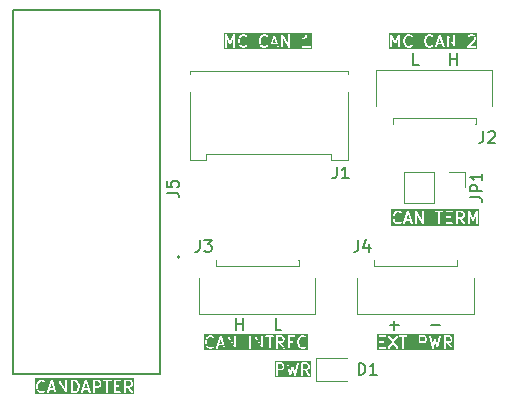
<source format=gto>
%TF.GenerationSoftware,KiCad,Pcbnew,8.0.5*%
%TF.CreationDate,2024-11-19T02:46:13-06:00*%
%TF.ProjectId,Controls-MotorControllerBreakout,436f6e74-726f-46c7-932d-4d6f746f7243,rev?*%
%TF.SameCoordinates,Original*%
%TF.FileFunction,Legend,Top*%
%TF.FilePolarity,Positive*%
%FSLAX46Y46*%
G04 Gerber Fmt 4.6, Leading zero omitted, Abs format (unit mm)*
G04 Created by KiCad (PCBNEW 8.0.5) date 2024-11-19 02:46:13*
%MOMM*%
%LPD*%
G01*
G04 APERTURE LIST*
%ADD10C,0.150000*%
%ADD11C,0.120000*%
%ADD12C,0.127000*%
%ADD13C,0.200000*%
G04 APERTURE END LIST*
D10*
X139812969Y-41269819D02*
X139336779Y-41269819D01*
X139336779Y-41269819D02*
X139336779Y-40269819D01*
X142432018Y-41269819D02*
X142432018Y-40269819D01*
X142432018Y-40746009D02*
X143003446Y-40746009D01*
X143003446Y-41269819D02*
X143003446Y-40269819D01*
X137336779Y-63288866D02*
X138098684Y-63288866D01*
X137717731Y-63669819D02*
X137717731Y-62907914D01*
X140860589Y-63288866D02*
X141622494Y-63288866D01*
X124336779Y-63669819D02*
X124336779Y-62669819D01*
X124336779Y-63146009D02*
X124908207Y-63146009D01*
X124908207Y-63669819D02*
X124908207Y-62669819D01*
X128146303Y-63669819D02*
X127670113Y-63669819D01*
X127670113Y-63669819D02*
X127670113Y-62669819D01*
G36*
X130353899Y-66604077D02*
G01*
X130384306Y-66634484D01*
X130418564Y-66703000D01*
X130418564Y-66810447D01*
X130384306Y-66878963D01*
X130353899Y-66909370D01*
X130285383Y-66943628D01*
X129997136Y-66943628D01*
X129997136Y-66569819D01*
X130285383Y-66569819D01*
X130353899Y-66604077D01*
G37*
G36*
X128211042Y-66604077D02*
G01*
X128241449Y-66634484D01*
X128275707Y-66703000D01*
X128275707Y-66810447D01*
X128241449Y-66878963D01*
X128211042Y-66909370D01*
X128142526Y-66943628D01*
X127854279Y-66943628D01*
X127854279Y-66569819D01*
X128142526Y-66569819D01*
X128211042Y-66604077D01*
G37*
G36*
X130679675Y-67680913D02*
G01*
X127593168Y-67680913D01*
X127593168Y-66494819D01*
X127704279Y-66494819D01*
X127704279Y-67494819D01*
X127705720Y-67509451D01*
X127716919Y-67536487D01*
X127737611Y-67557179D01*
X127764647Y-67568378D01*
X127793911Y-67568378D01*
X127820947Y-67557179D01*
X127841639Y-67536487D01*
X127852838Y-67509451D01*
X127854279Y-67494819D01*
X127854279Y-67093628D01*
X128160231Y-67093628D01*
X128174863Y-67092187D01*
X128177352Y-67091155D01*
X128180040Y-67090965D01*
X128193772Y-67085710D01*
X128289010Y-67038091D01*
X128295309Y-67034126D01*
X128297137Y-67033369D01*
X128299193Y-67031680D01*
X128301453Y-67030259D01*
X128302752Y-67028760D01*
X128308502Y-67024042D01*
X128356121Y-66976423D01*
X128360839Y-66970673D01*
X128362338Y-66969374D01*
X128363759Y-66967114D01*
X128365448Y-66965058D01*
X128366205Y-66963230D01*
X128370170Y-66956931D01*
X128417789Y-66861693D01*
X128423044Y-66847962D01*
X128423235Y-66845272D01*
X128424266Y-66842784D01*
X128425707Y-66828152D01*
X128425707Y-66685295D01*
X128424266Y-66670663D01*
X128423235Y-66668174D01*
X128423044Y-66665485D01*
X128417789Y-66651754D01*
X128370170Y-66556516D01*
X128366205Y-66550216D01*
X128365448Y-66548389D01*
X128363759Y-66546332D01*
X128362338Y-66544073D01*
X128360839Y-66542773D01*
X128356121Y-66537024D01*
X128316720Y-66497623D01*
X128609093Y-66497623D01*
X128611081Y-66512191D01*
X128849176Y-67512191D01*
X128850905Y-67517210D01*
X128851145Y-67519012D01*
X128852087Y-67520640D01*
X128853966Y-67526091D01*
X128860352Y-67534915D01*
X128865807Y-67544337D01*
X128868864Y-67546677D01*
X128871123Y-67549798D01*
X128880398Y-67555505D01*
X128889045Y-67562124D01*
X128892765Y-67563116D01*
X128896045Y-67565134D01*
X128906799Y-67566858D01*
X128917321Y-67569664D01*
X128921136Y-67569157D01*
X128924940Y-67569767D01*
X128935538Y-67567243D01*
X128946329Y-67565810D01*
X128949660Y-67563881D01*
X128953408Y-67562989D01*
X128962232Y-67556602D01*
X128971654Y-67551148D01*
X128973994Y-67548090D01*
X128977115Y-67545832D01*
X128982822Y-67536556D01*
X128989441Y-67527910D01*
X128991466Y-67522510D01*
X128992451Y-67520910D01*
X128992738Y-67519118D01*
X128994604Y-67514144D01*
X129112611Y-67071613D01*
X129230620Y-67514144D01*
X129232485Y-67519119D01*
X129232773Y-67520910D01*
X129233757Y-67522509D01*
X129235783Y-67527911D01*
X129242403Y-67536559D01*
X129248109Y-67545832D01*
X129251229Y-67548090D01*
X129253570Y-67551148D01*
X129262991Y-67556602D01*
X129271816Y-67562989D01*
X129275563Y-67563881D01*
X129278895Y-67565810D01*
X129289688Y-67567244D01*
X129300284Y-67569767D01*
X129304085Y-67569157D01*
X129307904Y-67569665D01*
X129318435Y-67566856D01*
X129329179Y-67565134D01*
X129332455Y-67563118D01*
X129336179Y-67562125D01*
X129344829Y-67555503D01*
X129354101Y-67549798D01*
X129356359Y-67546677D01*
X129359417Y-67544337D01*
X129364872Y-67534914D01*
X129371258Y-67526091D01*
X129373135Y-67520642D01*
X129374079Y-67519013D01*
X129374318Y-67517209D01*
X129376048Y-67512191D01*
X129614144Y-66512191D01*
X129616132Y-66497623D01*
X129615682Y-66494819D01*
X129847136Y-66494819D01*
X129847136Y-67494819D01*
X129848577Y-67509451D01*
X129859776Y-67536487D01*
X129880468Y-67557179D01*
X129907504Y-67568378D01*
X129936768Y-67568378D01*
X129963804Y-67557179D01*
X129984496Y-67536487D01*
X129995695Y-67509451D01*
X129997136Y-67494819D01*
X129997136Y-67093628D01*
X130121182Y-67093628D01*
X130432122Y-67537829D01*
X130441693Y-67548989D01*
X130466372Y-67564716D01*
X130495189Y-67569802D01*
X130523760Y-67563472D01*
X130547734Y-67546690D01*
X130563461Y-67522012D01*
X130568546Y-67493194D01*
X130562217Y-67464623D01*
X130555007Y-67451810D01*
X130304203Y-67093518D01*
X130317720Y-67092187D01*
X130320209Y-67091155D01*
X130322897Y-67090965D01*
X130336629Y-67085710D01*
X130431867Y-67038091D01*
X130438166Y-67034126D01*
X130439994Y-67033369D01*
X130442050Y-67031680D01*
X130444310Y-67030259D01*
X130445609Y-67028760D01*
X130451359Y-67024042D01*
X130498978Y-66976423D01*
X130503696Y-66970673D01*
X130505195Y-66969374D01*
X130506616Y-66967114D01*
X130508305Y-66965058D01*
X130509062Y-66963230D01*
X130513027Y-66956931D01*
X130560646Y-66861693D01*
X130565901Y-66847962D01*
X130566092Y-66845272D01*
X130567123Y-66842784D01*
X130568564Y-66828152D01*
X130568564Y-66685295D01*
X130567123Y-66670663D01*
X130566092Y-66668174D01*
X130565901Y-66665485D01*
X130560646Y-66651754D01*
X130513027Y-66556516D01*
X130509062Y-66550216D01*
X130508305Y-66548389D01*
X130506616Y-66546332D01*
X130505195Y-66544073D01*
X130503696Y-66542773D01*
X130498978Y-66537024D01*
X130451359Y-66489405D01*
X130445609Y-66484686D01*
X130444310Y-66483188D01*
X130442050Y-66481766D01*
X130439994Y-66480078D01*
X130438166Y-66479320D01*
X130431867Y-66475356D01*
X130336629Y-66427737D01*
X130322897Y-66422482D01*
X130320209Y-66422291D01*
X130317720Y-66421260D01*
X130303088Y-66419819D01*
X129922136Y-66419819D01*
X129907504Y-66421260D01*
X129880468Y-66432459D01*
X129859776Y-66453151D01*
X129848577Y-66480187D01*
X129847136Y-66494819D01*
X129615682Y-66494819D01*
X129611499Y-66468728D01*
X129596163Y-66443806D01*
X129572456Y-66426650D01*
X129543988Y-66419871D01*
X129515093Y-66424504D01*
X129490171Y-66439840D01*
X129473014Y-66463547D01*
X129468224Y-66477448D01*
X129298971Y-67188303D01*
X129185080Y-66761208D01*
X129183794Y-66757780D01*
X129183603Y-66756339D01*
X129182611Y-66754626D01*
X129179917Y-66747442D01*
X129173902Y-66739583D01*
X129168941Y-66731015D01*
X129165082Y-66728061D01*
X129162130Y-66724204D01*
X129153565Y-66719245D01*
X129145703Y-66713227D01*
X129141006Y-66711974D01*
X129136805Y-66709542D01*
X129126998Y-66708239D01*
X129117428Y-66705687D01*
X129112609Y-66706327D01*
X129107797Y-66705688D01*
X129098236Y-66708237D01*
X129088419Y-66709542D01*
X129084213Y-66711976D01*
X129079521Y-66713228D01*
X129071661Y-66719243D01*
X129063094Y-66724204D01*
X129060140Y-66728062D01*
X129056283Y-66731015D01*
X129051324Y-66739580D01*
X129045307Y-66747441D01*
X129042610Y-66754630D01*
X129041621Y-66756340D01*
X129041429Y-66757779D01*
X129040144Y-66761208D01*
X128926252Y-67188303D01*
X128757001Y-66477447D01*
X128752211Y-66463547D01*
X128735054Y-66439840D01*
X128710132Y-66424504D01*
X128681237Y-66419871D01*
X128652769Y-66426649D01*
X128629062Y-66443806D01*
X128613726Y-66468728D01*
X128609093Y-66497623D01*
X128316720Y-66497623D01*
X128308502Y-66489405D01*
X128302752Y-66484686D01*
X128301453Y-66483188D01*
X128299193Y-66481766D01*
X128297137Y-66480078D01*
X128295309Y-66479320D01*
X128289010Y-66475356D01*
X128193772Y-66427737D01*
X128180040Y-66422482D01*
X128177352Y-66422291D01*
X128174863Y-66421260D01*
X128160231Y-66419819D01*
X127779279Y-66419819D01*
X127764647Y-66421260D01*
X127737611Y-66432459D01*
X127716919Y-66453151D01*
X127705720Y-66480187D01*
X127704279Y-66494819D01*
X127593168Y-66494819D01*
X127593168Y-66308708D01*
X130679675Y-66308708D01*
X130679675Y-67680913D01*
G37*
X144159819Y-52433333D02*
X144874104Y-52433333D01*
X144874104Y-52433333D02*
X145016961Y-52480952D01*
X145016961Y-52480952D02*
X145112200Y-52576190D01*
X145112200Y-52576190D02*
X145159819Y-52719047D01*
X145159819Y-52719047D02*
X145159819Y-52814285D01*
X145159819Y-51957142D02*
X144159819Y-51957142D01*
X144159819Y-51957142D02*
X144159819Y-51576190D01*
X144159819Y-51576190D02*
X144207438Y-51480952D01*
X144207438Y-51480952D02*
X144255057Y-51433333D01*
X144255057Y-51433333D02*
X144350295Y-51385714D01*
X144350295Y-51385714D02*
X144493152Y-51385714D01*
X144493152Y-51385714D02*
X144588390Y-51433333D01*
X144588390Y-51433333D02*
X144636009Y-51480952D01*
X144636009Y-51480952D02*
X144683628Y-51576190D01*
X144683628Y-51576190D02*
X144683628Y-51957142D01*
X145159819Y-50433333D02*
X145159819Y-51004761D01*
X145159819Y-50719047D02*
X144159819Y-50719047D01*
X144159819Y-50719047D02*
X144302676Y-50814285D01*
X144302676Y-50814285D02*
X144397914Y-50909523D01*
X144397914Y-50909523D02*
X144445533Y-51004761D01*
G36*
X143477597Y-53764077D02*
G01*
X143508004Y-53794484D01*
X143542262Y-53863000D01*
X143542262Y-53970447D01*
X143508004Y-54038963D01*
X143477597Y-54069370D01*
X143409081Y-54103628D01*
X143120834Y-54103628D01*
X143120834Y-53729819D01*
X143409081Y-53729819D01*
X143477597Y-53764077D01*
G37*
G36*
X139037014Y-54294104D02*
G01*
X138768938Y-54294104D01*
X138902976Y-53891989D01*
X139037014Y-54294104D01*
G37*
G36*
X144898611Y-54840930D02*
G01*
X137478770Y-54840930D01*
X137478770Y-54083390D01*
X137589881Y-54083390D01*
X137589881Y-54226247D01*
X137590132Y-54228800D01*
X137589970Y-54229893D01*
X137590779Y-54235366D01*
X137591322Y-54240879D01*
X137591744Y-54241900D01*
X137592120Y-54244437D01*
X137639739Y-54434913D01*
X137640124Y-54435992D01*
X137640163Y-54436532D01*
X137642490Y-54442613D01*
X137644686Y-54448759D01*
X137645008Y-54449194D01*
X137645418Y-54450264D01*
X137693037Y-54545502D01*
X137697000Y-54551798D01*
X137697758Y-54553628D01*
X137699447Y-54555686D01*
X137700869Y-54557945D01*
X137702367Y-54559244D01*
X137707086Y-54564994D01*
X137802324Y-54660233D01*
X137813689Y-54669561D01*
X137816179Y-54670592D01*
X137818214Y-54672357D01*
X137831640Y-54678351D01*
X137974496Y-54725970D01*
X137981751Y-54727619D01*
X137983582Y-54728378D01*
X137986235Y-54728639D01*
X137988833Y-54729230D01*
X137990807Y-54729089D01*
X137998214Y-54729819D01*
X138093452Y-54729819D01*
X138100857Y-54729089D01*
X138102832Y-54729230D01*
X138105429Y-54728639D01*
X138108084Y-54728378D01*
X138109915Y-54727619D01*
X138117169Y-54725970D01*
X138260026Y-54678351D01*
X138273451Y-54672357D01*
X138275486Y-54670591D01*
X138277977Y-54669560D01*
X138289343Y-54660232D01*
X138304136Y-54645439D01*
X138495232Y-54645439D01*
X138497307Y-54674629D01*
X138510393Y-54700802D01*
X138532500Y-54719976D01*
X138560263Y-54729230D01*
X138589453Y-54727155D01*
X138615626Y-54714069D01*
X138634800Y-54691962D01*
X138640794Y-54678536D01*
X138718938Y-54444104D01*
X139087014Y-54444104D01*
X139165158Y-54678536D01*
X139171152Y-54691961D01*
X139190326Y-54714068D01*
X139216499Y-54727155D01*
X139245689Y-54729230D01*
X139273451Y-54719976D01*
X139295559Y-54700802D01*
X139308645Y-54674628D01*
X139310720Y-54645438D01*
X139307460Y-54631102D01*
X138982033Y-53654819D01*
X139494643Y-53654819D01*
X139494643Y-54654819D01*
X139496084Y-54669451D01*
X139507283Y-54696487D01*
X139527975Y-54717179D01*
X139555011Y-54728378D01*
X139584275Y-54728378D01*
X139611311Y-54717179D01*
X139632003Y-54696487D01*
X139643202Y-54669451D01*
X139644643Y-54654819D01*
X139644643Y-53937235D01*
X140075953Y-54692030D01*
X140078142Y-54695114D01*
X140078711Y-54696487D01*
X140080108Y-54697884D01*
X140084463Y-54704019D01*
X140092351Y-54710127D01*
X140099403Y-54717179D01*
X140103821Y-54719009D01*
X140107601Y-54721936D01*
X140117222Y-54724560D01*
X140126439Y-54728378D01*
X140131220Y-54728378D01*
X140135832Y-54729636D01*
X140145729Y-54728378D01*
X140155703Y-54728378D01*
X140160118Y-54726548D01*
X140164862Y-54725946D01*
X140173526Y-54720995D01*
X140182739Y-54717179D01*
X140186117Y-54713800D01*
X140190271Y-54711427D01*
X140196380Y-54703537D01*
X140203431Y-54696487D01*
X140205260Y-54692070D01*
X140208188Y-54688290D01*
X140210812Y-54678666D01*
X140214630Y-54669451D01*
X140215366Y-54661968D01*
X140215888Y-54660058D01*
X140215700Y-54658582D01*
X140216071Y-54654819D01*
X140216071Y-53654819D01*
X140214630Y-53640187D01*
X141162751Y-53640187D01*
X141162751Y-53669451D01*
X141173950Y-53696487D01*
X141194642Y-53717179D01*
X141221678Y-53728378D01*
X141236310Y-53729819D01*
X141447024Y-53729819D01*
X141447024Y-54654819D01*
X141448465Y-54669451D01*
X141459664Y-54696487D01*
X141480356Y-54717179D01*
X141507392Y-54728378D01*
X141536656Y-54728378D01*
X141563692Y-54717179D01*
X141584384Y-54696487D01*
X141595583Y-54669451D01*
X141597024Y-54654819D01*
X141597024Y-53729819D01*
X141807738Y-53729819D01*
X141822370Y-53728378D01*
X141849406Y-53717179D01*
X141870098Y-53696487D01*
X141881297Y-53669451D01*
X141881297Y-53654819D01*
X142066072Y-53654819D01*
X142066072Y-54654819D01*
X142067513Y-54669451D01*
X142078712Y-54696487D01*
X142099404Y-54717179D01*
X142126440Y-54728378D01*
X142141072Y-54729819D01*
X142617262Y-54729819D01*
X142631894Y-54728378D01*
X142658930Y-54717179D01*
X142679622Y-54696487D01*
X142690821Y-54669451D01*
X142690821Y-54640187D01*
X142679622Y-54613151D01*
X142658930Y-54592459D01*
X142631894Y-54581260D01*
X142617262Y-54579819D01*
X142216072Y-54579819D01*
X142216072Y-54206009D01*
X142474405Y-54206009D01*
X142489037Y-54204568D01*
X142516073Y-54193369D01*
X142536765Y-54172677D01*
X142547964Y-54145641D01*
X142547964Y-54116377D01*
X142536765Y-54089341D01*
X142516073Y-54068649D01*
X142489037Y-54057450D01*
X142474405Y-54056009D01*
X142216072Y-54056009D01*
X142216072Y-53729819D01*
X142617262Y-53729819D01*
X142631894Y-53728378D01*
X142658930Y-53717179D01*
X142679622Y-53696487D01*
X142690821Y-53669451D01*
X142690821Y-53654819D01*
X142970834Y-53654819D01*
X142970834Y-54654819D01*
X142972275Y-54669451D01*
X142983474Y-54696487D01*
X143004166Y-54717179D01*
X143031202Y-54728378D01*
X143060466Y-54728378D01*
X143087502Y-54717179D01*
X143108194Y-54696487D01*
X143119393Y-54669451D01*
X143120834Y-54654819D01*
X143120834Y-54253628D01*
X143244880Y-54253628D01*
X143555820Y-54697829D01*
X143565391Y-54708989D01*
X143590070Y-54724716D01*
X143618887Y-54729802D01*
X143647458Y-54723472D01*
X143671432Y-54706690D01*
X143687159Y-54682012D01*
X143692244Y-54653194D01*
X143685915Y-54624623D01*
X143678705Y-54611810D01*
X143427901Y-54253518D01*
X143441418Y-54252187D01*
X143443907Y-54251155D01*
X143446595Y-54250965D01*
X143460327Y-54245710D01*
X143555565Y-54198091D01*
X143561864Y-54194126D01*
X143563692Y-54193369D01*
X143565748Y-54191680D01*
X143568008Y-54190259D01*
X143569307Y-54188760D01*
X143575057Y-54184042D01*
X143622676Y-54136423D01*
X143627394Y-54130673D01*
X143628893Y-54129374D01*
X143630314Y-54127114D01*
X143632003Y-54125058D01*
X143632760Y-54123230D01*
X143636725Y-54116931D01*
X143684344Y-54021693D01*
X143689599Y-54007962D01*
X143689790Y-54005272D01*
X143690821Y-54002784D01*
X143692262Y-53988152D01*
X143692262Y-53845295D01*
X143690821Y-53830663D01*
X143689790Y-53828174D01*
X143689599Y-53825485D01*
X143684344Y-53811754D01*
X143636725Y-53716516D01*
X143632760Y-53710216D01*
X143632003Y-53708389D01*
X143630314Y-53706332D01*
X143628893Y-53704073D01*
X143627394Y-53702773D01*
X143622676Y-53697024D01*
X143580471Y-53654819D01*
X143970834Y-53654819D01*
X143970834Y-54654819D01*
X143972275Y-54669451D01*
X143983474Y-54696487D01*
X144004166Y-54717179D01*
X144031202Y-54728378D01*
X144060466Y-54728378D01*
X144087502Y-54717179D01*
X144108194Y-54696487D01*
X144119393Y-54669451D01*
X144120834Y-54654819D01*
X144120834Y-53992886D01*
X144311203Y-54400821D01*
X144314377Y-54406180D01*
X144315037Y-54407993D01*
X144316211Y-54409275D01*
X144318697Y-54413471D01*
X144327106Y-54421171D01*
X144334801Y-54429574D01*
X144337819Y-54430982D01*
X144340278Y-54433234D01*
X144350990Y-54437129D01*
X144361319Y-54441950D01*
X144364647Y-54442096D01*
X144367779Y-54443235D01*
X144379173Y-54442734D01*
X144390555Y-54443234D01*
X144393683Y-54442096D01*
X144397015Y-54441950D01*
X144407350Y-54437126D01*
X144418056Y-54433234D01*
X144420511Y-54430984D01*
X144423533Y-54429575D01*
X144431234Y-54421164D01*
X144439637Y-54413470D01*
X144442120Y-54409277D01*
X144443297Y-54407993D01*
X144443957Y-54406177D01*
X144447131Y-54400820D01*
X144637500Y-53992886D01*
X144637500Y-54654819D01*
X144638941Y-54669451D01*
X144650140Y-54696487D01*
X144670832Y-54717179D01*
X144697868Y-54728378D01*
X144727132Y-54728378D01*
X144754168Y-54717179D01*
X144774860Y-54696487D01*
X144786059Y-54669451D01*
X144787500Y-54654819D01*
X144787500Y-53654819D01*
X144786552Y-53645197D01*
X144786630Y-53643431D01*
X144786285Y-53642482D01*
X144786059Y-53640187D01*
X144781077Y-53628160D01*
X144776630Y-53615930D01*
X144775500Y-53614696D01*
X144774860Y-53613151D01*
X144765660Y-53603951D01*
X144756866Y-53594348D01*
X144755349Y-53593640D01*
X144754168Y-53592459D01*
X144742155Y-53587482D01*
X144730348Y-53581973D01*
X144728675Y-53581899D01*
X144727132Y-53581260D01*
X144714126Y-53581260D01*
X144701112Y-53580688D01*
X144699539Y-53581260D01*
X144697868Y-53581260D01*
X144685849Y-53586238D01*
X144673611Y-53590689D01*
X144672377Y-53591819D01*
X144670832Y-53592459D01*
X144661633Y-53601657D01*
X144652030Y-53610452D01*
X144650854Y-53612436D01*
X144650140Y-53613151D01*
X144649463Y-53614784D01*
X144644536Y-53623102D01*
X144379166Y-54191750D01*
X144113798Y-53623103D01*
X144108872Y-53614787D01*
X144108194Y-53613151D01*
X144107478Y-53612435D01*
X144106304Y-53610453D01*
X144096707Y-53601664D01*
X144087502Y-53592459D01*
X144085956Y-53591818D01*
X144084723Y-53590689D01*
X144072492Y-53586241D01*
X144060466Y-53581260D01*
X144058792Y-53581260D01*
X144057222Y-53580689D01*
X144044221Y-53581260D01*
X144031202Y-53581260D01*
X144029657Y-53581899D01*
X144027986Y-53581973D01*
X144016187Y-53587479D01*
X144004166Y-53592459D01*
X144002983Y-53593641D01*
X144001468Y-53594349D01*
X143992679Y-53603945D01*
X143983474Y-53613151D01*
X143982833Y-53614696D01*
X143981704Y-53615930D01*
X143977256Y-53628160D01*
X143972275Y-53640187D01*
X143972048Y-53642482D01*
X143971704Y-53643431D01*
X143971781Y-53645197D01*
X143970834Y-53654819D01*
X143580471Y-53654819D01*
X143575057Y-53649405D01*
X143569307Y-53644686D01*
X143568008Y-53643188D01*
X143565748Y-53641766D01*
X143563692Y-53640078D01*
X143561864Y-53639320D01*
X143555565Y-53635356D01*
X143460327Y-53587737D01*
X143446595Y-53582482D01*
X143443907Y-53582291D01*
X143441418Y-53581260D01*
X143426786Y-53579819D01*
X143045834Y-53579819D01*
X143031202Y-53581260D01*
X143004166Y-53592459D01*
X142983474Y-53613151D01*
X142972275Y-53640187D01*
X142970834Y-53654819D01*
X142690821Y-53654819D01*
X142690821Y-53640187D01*
X142679622Y-53613151D01*
X142658930Y-53592459D01*
X142631894Y-53581260D01*
X142617262Y-53579819D01*
X142141072Y-53579819D01*
X142126440Y-53581260D01*
X142099404Y-53592459D01*
X142078712Y-53613151D01*
X142067513Y-53640187D01*
X142066072Y-53654819D01*
X141881297Y-53654819D01*
X141881297Y-53640187D01*
X141870098Y-53613151D01*
X141849406Y-53592459D01*
X141822370Y-53581260D01*
X141807738Y-53579819D01*
X141236310Y-53579819D01*
X141221678Y-53581260D01*
X141194642Y-53592459D01*
X141173950Y-53613151D01*
X141162751Y-53640187D01*
X140214630Y-53640187D01*
X140203431Y-53613151D01*
X140182739Y-53592459D01*
X140155703Y-53581260D01*
X140126439Y-53581260D01*
X140099403Y-53592459D01*
X140078711Y-53613151D01*
X140067512Y-53640187D01*
X140066071Y-53654819D01*
X140066071Y-54372402D01*
X139634761Y-53617609D01*
X139632572Y-53614525D01*
X139632003Y-53613151D01*
X139630603Y-53611751D01*
X139626251Y-53605619D01*
X139618361Y-53599509D01*
X139611311Y-53592459D01*
X139606894Y-53590629D01*
X139603114Y-53587702D01*
X139593490Y-53585077D01*
X139584275Y-53581260D01*
X139579494Y-53581260D01*
X139574882Y-53580002D01*
X139564985Y-53581260D01*
X139555011Y-53581260D01*
X139550595Y-53583089D01*
X139545852Y-53583692D01*
X139537187Y-53588642D01*
X139527975Y-53592459D01*
X139524596Y-53595837D01*
X139520443Y-53598211D01*
X139514333Y-53606100D01*
X139507283Y-53613151D01*
X139505453Y-53617567D01*
X139502526Y-53621348D01*
X139499901Y-53630971D01*
X139496084Y-53640187D01*
X139495347Y-53647669D01*
X139494826Y-53649580D01*
X139495013Y-53651055D01*
X139494643Y-53654819D01*
X138982033Y-53654819D01*
X138974127Y-53631102D01*
X138968133Y-53617676D01*
X138964621Y-53613627D01*
X138962226Y-53608836D01*
X138955122Y-53602674D01*
X138948959Y-53595569D01*
X138944165Y-53593172D01*
X138940118Y-53589662D01*
X138931196Y-53586688D01*
X138922786Y-53582483D01*
X138917441Y-53582103D01*
X138912356Y-53580408D01*
X138902976Y-53581074D01*
X138893596Y-53580408D01*
X138888510Y-53582103D01*
X138883166Y-53582483D01*
X138874758Y-53586687D01*
X138865833Y-53589662D01*
X138861782Y-53593175D01*
X138856993Y-53595570D01*
X138850834Y-53602670D01*
X138843726Y-53608836D01*
X138841329Y-53613629D01*
X138837819Y-53617677D01*
X138831825Y-53631102D01*
X138498492Y-54631102D01*
X138495232Y-54645439D01*
X138304136Y-54645439D01*
X138336961Y-54612613D01*
X138346289Y-54601247D01*
X138357487Y-54574211D01*
X138357487Y-54544948D01*
X138346288Y-54517912D01*
X138325595Y-54497219D01*
X138298559Y-54486021D01*
X138269296Y-54486021D01*
X138242260Y-54497220D01*
X138230894Y-54506548D01*
X138195795Y-54541647D01*
X138081282Y-54579819D01*
X138010384Y-54579819D01*
X137895871Y-54541648D01*
X137821758Y-54467534D01*
X137783264Y-54390547D01*
X137739881Y-54217013D01*
X137739881Y-54092624D01*
X137783264Y-53919090D01*
X137821758Y-53842103D01*
X137895871Y-53767990D01*
X138010384Y-53729819D01*
X138081282Y-53729819D01*
X138195795Y-53767990D01*
X138230895Y-53803090D01*
X138242260Y-53812417D01*
X138269296Y-53823616D01*
X138298559Y-53823616D01*
X138325595Y-53812417D01*
X138346288Y-53791724D01*
X138357487Y-53764688D01*
X138357487Y-53735425D01*
X138346288Y-53708389D01*
X138336961Y-53697024D01*
X138289342Y-53649405D01*
X138277977Y-53640078D01*
X138275486Y-53639046D01*
X138273451Y-53637281D01*
X138260026Y-53631287D01*
X138117169Y-53583668D01*
X138109915Y-53582018D01*
X138108084Y-53581260D01*
X138105429Y-53580998D01*
X138102832Y-53580408D01*
X138100857Y-53580548D01*
X138093452Y-53579819D01*
X137998214Y-53579819D01*
X137990807Y-53580548D01*
X137988833Y-53580408D01*
X137986235Y-53580998D01*
X137983582Y-53581260D01*
X137981751Y-53582018D01*
X137974496Y-53583668D01*
X137831640Y-53631287D01*
X137818214Y-53637281D01*
X137816179Y-53639045D01*
X137813689Y-53640077D01*
X137802324Y-53649405D01*
X137707086Y-53744643D01*
X137702367Y-53750392D01*
X137700869Y-53751692D01*
X137699447Y-53753951D01*
X137697759Y-53756008D01*
X137697001Y-53757835D01*
X137693037Y-53764135D01*
X137645418Y-53859373D01*
X137645008Y-53860442D01*
X137644686Y-53860878D01*
X137642490Y-53867023D01*
X137640163Y-53873105D01*
X137640124Y-53873644D01*
X137639739Y-53874724D01*
X137592120Y-54065200D01*
X137591744Y-54067736D01*
X137591322Y-54068758D01*
X137590779Y-54074270D01*
X137589970Y-54079744D01*
X137590132Y-54080836D01*
X137589881Y-54083390D01*
X137478770Y-54083390D01*
X137478770Y-53468708D01*
X144898611Y-53468708D01*
X144898611Y-54840930D01*
G37*
X121266666Y-56054819D02*
X121266666Y-56769104D01*
X121266666Y-56769104D02*
X121219047Y-56911961D01*
X121219047Y-56911961D02*
X121123809Y-57007200D01*
X121123809Y-57007200D02*
X120980952Y-57054819D01*
X120980952Y-57054819D02*
X120885714Y-57054819D01*
X121647619Y-56054819D02*
X122266666Y-56054819D01*
X122266666Y-56054819D02*
X121933333Y-56435771D01*
X121933333Y-56435771D02*
X122076190Y-56435771D01*
X122076190Y-56435771D02*
X122171428Y-56483390D01*
X122171428Y-56483390D02*
X122219047Y-56531009D01*
X122219047Y-56531009D02*
X122266666Y-56626247D01*
X122266666Y-56626247D02*
X122266666Y-56864342D01*
X122266666Y-56864342D02*
X122219047Y-56959580D01*
X122219047Y-56959580D02*
X122171428Y-57007200D01*
X122171428Y-57007200D02*
X122076190Y-57054819D01*
X122076190Y-57054819D02*
X121790476Y-57054819D01*
X121790476Y-57054819D02*
X121695238Y-57007200D01*
X121695238Y-57007200D02*
X121647619Y-56959580D01*
G36*
X128217477Y-64314077D02*
G01*
X128247884Y-64344484D01*
X128282142Y-64413000D01*
X128282142Y-64520447D01*
X128247884Y-64588963D01*
X128217477Y-64619370D01*
X128148961Y-64653628D01*
X127860714Y-64653628D01*
X127860714Y-64279819D01*
X128148961Y-64279819D01*
X128217477Y-64314077D01*
G37*
G36*
X123157847Y-64844104D02*
G01*
X122889771Y-64844104D01*
X123023809Y-64441989D01*
X123157847Y-64844104D01*
G37*
G36*
X130398955Y-65390930D02*
G01*
X121599603Y-65390930D01*
X121599603Y-64633390D01*
X121710714Y-64633390D01*
X121710714Y-64776247D01*
X121710965Y-64778800D01*
X121710803Y-64779893D01*
X121711612Y-64785366D01*
X121712155Y-64790879D01*
X121712577Y-64791900D01*
X121712953Y-64794437D01*
X121760572Y-64984913D01*
X121760957Y-64985992D01*
X121760996Y-64986532D01*
X121763323Y-64992613D01*
X121765519Y-64998759D01*
X121765841Y-64999194D01*
X121766251Y-65000264D01*
X121813870Y-65095502D01*
X121817833Y-65101798D01*
X121818591Y-65103628D01*
X121820280Y-65105686D01*
X121821702Y-65107945D01*
X121823200Y-65109244D01*
X121827919Y-65114994D01*
X121923157Y-65210233D01*
X121934522Y-65219561D01*
X121937012Y-65220592D01*
X121939047Y-65222357D01*
X121952473Y-65228351D01*
X122095329Y-65275970D01*
X122102584Y-65277619D01*
X122104415Y-65278378D01*
X122107068Y-65278639D01*
X122109666Y-65279230D01*
X122111640Y-65279089D01*
X122119047Y-65279819D01*
X122214285Y-65279819D01*
X122221690Y-65279089D01*
X122223665Y-65279230D01*
X122226262Y-65278639D01*
X122228917Y-65278378D01*
X122230748Y-65277619D01*
X122238002Y-65275970D01*
X122380859Y-65228351D01*
X122394284Y-65222357D01*
X122396319Y-65220591D01*
X122398810Y-65219560D01*
X122410176Y-65210232D01*
X122424969Y-65195439D01*
X122616065Y-65195439D01*
X122618140Y-65224629D01*
X122631226Y-65250802D01*
X122653333Y-65269976D01*
X122681096Y-65279230D01*
X122710286Y-65277155D01*
X122736459Y-65264069D01*
X122755633Y-65241962D01*
X122761627Y-65228536D01*
X122839771Y-64994104D01*
X123207847Y-64994104D01*
X123285991Y-65228536D01*
X123291985Y-65241961D01*
X123311159Y-65264068D01*
X123337332Y-65277155D01*
X123366522Y-65279230D01*
X123394284Y-65269976D01*
X123416392Y-65250802D01*
X123429478Y-65224628D01*
X123431553Y-65195438D01*
X123428293Y-65181102D01*
X123102866Y-64204819D01*
X123615476Y-64204819D01*
X123615476Y-65204819D01*
X123616917Y-65219451D01*
X123628116Y-65246487D01*
X123648808Y-65267179D01*
X123675844Y-65278378D01*
X123705108Y-65278378D01*
X123732144Y-65267179D01*
X123752836Y-65246487D01*
X123764035Y-65219451D01*
X123765476Y-65204819D01*
X123765476Y-64487235D01*
X124196786Y-65242030D01*
X124198975Y-65245114D01*
X124199544Y-65246487D01*
X124200941Y-65247884D01*
X124205296Y-65254019D01*
X124213184Y-65260127D01*
X124220236Y-65267179D01*
X124224654Y-65269009D01*
X124228434Y-65271936D01*
X124238055Y-65274560D01*
X124247272Y-65278378D01*
X124252053Y-65278378D01*
X124256665Y-65279636D01*
X124266562Y-65278378D01*
X124276536Y-65278378D01*
X124280951Y-65276548D01*
X124285695Y-65275946D01*
X124294359Y-65270995D01*
X124303572Y-65267179D01*
X124306950Y-65263800D01*
X124311104Y-65261427D01*
X124317213Y-65253537D01*
X124324264Y-65246487D01*
X124326093Y-65242070D01*
X124329021Y-65238290D01*
X124331645Y-65228666D01*
X124335463Y-65219451D01*
X124336199Y-65211968D01*
X124336721Y-65210058D01*
X124336533Y-65208582D01*
X124336904Y-65204819D01*
X124336904Y-64204819D01*
X125425000Y-64204819D01*
X125425000Y-65204819D01*
X125426441Y-65219451D01*
X125437640Y-65246487D01*
X125458332Y-65267179D01*
X125485368Y-65278378D01*
X125514632Y-65278378D01*
X125541668Y-65267179D01*
X125562360Y-65246487D01*
X125573559Y-65219451D01*
X125575000Y-65204819D01*
X125575000Y-64204819D01*
X125901190Y-64204819D01*
X125901190Y-65204819D01*
X125902631Y-65219451D01*
X125913830Y-65246487D01*
X125934522Y-65267179D01*
X125961558Y-65278378D01*
X125990822Y-65278378D01*
X126017858Y-65267179D01*
X126038550Y-65246487D01*
X126049749Y-65219451D01*
X126051190Y-65204819D01*
X126051190Y-64487235D01*
X126482500Y-65242030D01*
X126484689Y-65245114D01*
X126485258Y-65246487D01*
X126486655Y-65247884D01*
X126491010Y-65254019D01*
X126498898Y-65260127D01*
X126505950Y-65267179D01*
X126510368Y-65269009D01*
X126514148Y-65271936D01*
X126523769Y-65274560D01*
X126532986Y-65278378D01*
X126537767Y-65278378D01*
X126542379Y-65279636D01*
X126552276Y-65278378D01*
X126562250Y-65278378D01*
X126566665Y-65276548D01*
X126571409Y-65275946D01*
X126580073Y-65270995D01*
X126589286Y-65267179D01*
X126592664Y-65263800D01*
X126596818Y-65261427D01*
X126602927Y-65253537D01*
X126609978Y-65246487D01*
X126611807Y-65242070D01*
X126614735Y-65238290D01*
X126617359Y-65228666D01*
X126621177Y-65219451D01*
X126621913Y-65211968D01*
X126622435Y-65210058D01*
X126622247Y-65208582D01*
X126622618Y-65204819D01*
X126622618Y-64204819D01*
X126621177Y-64190187D01*
X126807393Y-64190187D01*
X126807393Y-64219451D01*
X126818592Y-64246487D01*
X126839284Y-64267179D01*
X126866320Y-64278378D01*
X126880952Y-64279819D01*
X127091666Y-64279819D01*
X127091666Y-65204819D01*
X127093107Y-65219451D01*
X127104306Y-65246487D01*
X127124998Y-65267179D01*
X127152034Y-65278378D01*
X127181298Y-65278378D01*
X127208334Y-65267179D01*
X127229026Y-65246487D01*
X127240225Y-65219451D01*
X127241666Y-65204819D01*
X127241666Y-64279819D01*
X127452380Y-64279819D01*
X127467012Y-64278378D01*
X127494048Y-64267179D01*
X127514740Y-64246487D01*
X127525939Y-64219451D01*
X127525939Y-64204819D01*
X127710714Y-64204819D01*
X127710714Y-65204819D01*
X127712155Y-65219451D01*
X127723354Y-65246487D01*
X127744046Y-65267179D01*
X127771082Y-65278378D01*
X127800346Y-65278378D01*
X127827382Y-65267179D01*
X127848074Y-65246487D01*
X127859273Y-65219451D01*
X127860714Y-65204819D01*
X127860714Y-64803628D01*
X127984760Y-64803628D01*
X128295700Y-65247829D01*
X128305271Y-65258989D01*
X128329950Y-65274716D01*
X128358767Y-65279802D01*
X128387338Y-65273472D01*
X128411312Y-65256690D01*
X128427039Y-65232012D01*
X128432124Y-65203194D01*
X128425795Y-65174623D01*
X128418585Y-65161810D01*
X128167781Y-64803518D01*
X128181298Y-64802187D01*
X128183787Y-64801155D01*
X128186475Y-64800965D01*
X128200207Y-64795710D01*
X128295445Y-64748091D01*
X128301744Y-64744126D01*
X128303572Y-64743369D01*
X128305628Y-64741680D01*
X128307888Y-64740259D01*
X128309187Y-64738760D01*
X128314937Y-64734042D01*
X128362556Y-64686423D01*
X128367274Y-64680673D01*
X128368773Y-64679374D01*
X128370194Y-64677114D01*
X128371883Y-64675058D01*
X128372640Y-64673230D01*
X128376605Y-64666931D01*
X128424224Y-64571693D01*
X128429479Y-64557962D01*
X128429670Y-64555272D01*
X128430701Y-64552784D01*
X128432142Y-64538152D01*
X128432142Y-64395295D01*
X128430701Y-64380663D01*
X128429670Y-64378174D01*
X128429479Y-64375485D01*
X128424224Y-64361754D01*
X128376605Y-64266516D01*
X128372640Y-64260216D01*
X128371883Y-64258389D01*
X128370194Y-64256332D01*
X128368773Y-64254073D01*
X128367274Y-64252773D01*
X128362556Y-64247024D01*
X128320351Y-64204819D01*
X128710714Y-64204819D01*
X128710714Y-65204819D01*
X128712155Y-65219451D01*
X128723354Y-65246487D01*
X128744046Y-65267179D01*
X128771082Y-65278378D01*
X128800346Y-65278378D01*
X128827382Y-65267179D01*
X128848074Y-65246487D01*
X128859273Y-65219451D01*
X128860714Y-65204819D01*
X128860714Y-64756009D01*
X129119047Y-64756009D01*
X129133679Y-64754568D01*
X129160715Y-64743369D01*
X129181407Y-64722677D01*
X129192606Y-64695641D01*
X129192606Y-64666377D01*
X129181407Y-64639341D01*
X129175456Y-64633390D01*
X129520238Y-64633390D01*
X129520238Y-64776247D01*
X129520489Y-64778800D01*
X129520327Y-64779893D01*
X129521136Y-64785366D01*
X129521679Y-64790879D01*
X129522101Y-64791900D01*
X129522477Y-64794437D01*
X129570096Y-64984913D01*
X129570481Y-64985992D01*
X129570520Y-64986532D01*
X129572847Y-64992613D01*
X129575043Y-64998759D01*
X129575365Y-64999194D01*
X129575775Y-65000264D01*
X129623394Y-65095502D01*
X129627357Y-65101798D01*
X129628115Y-65103628D01*
X129629804Y-65105686D01*
X129631226Y-65107945D01*
X129632724Y-65109244D01*
X129637443Y-65114994D01*
X129732681Y-65210233D01*
X129744046Y-65219561D01*
X129746536Y-65220592D01*
X129748571Y-65222357D01*
X129761997Y-65228351D01*
X129904853Y-65275970D01*
X129912108Y-65277619D01*
X129913939Y-65278378D01*
X129916592Y-65278639D01*
X129919190Y-65279230D01*
X129921164Y-65279089D01*
X129928571Y-65279819D01*
X130023809Y-65279819D01*
X130031214Y-65279089D01*
X130033189Y-65279230D01*
X130035786Y-65278639D01*
X130038441Y-65278378D01*
X130040272Y-65277619D01*
X130047526Y-65275970D01*
X130190383Y-65228351D01*
X130203808Y-65222357D01*
X130205843Y-65220591D01*
X130208334Y-65219560D01*
X130219700Y-65210232D01*
X130267318Y-65162613D01*
X130276646Y-65151247D01*
X130287844Y-65124211D01*
X130287844Y-65094948D01*
X130276645Y-65067912D01*
X130255952Y-65047219D01*
X130228916Y-65036021D01*
X130199653Y-65036021D01*
X130172617Y-65047220D01*
X130161251Y-65056548D01*
X130126152Y-65091647D01*
X130011639Y-65129819D01*
X129940741Y-65129819D01*
X129826228Y-65091648D01*
X129752115Y-65017534D01*
X129713621Y-64940547D01*
X129670238Y-64767013D01*
X129670238Y-64642624D01*
X129713621Y-64469090D01*
X129752115Y-64392103D01*
X129826228Y-64317990D01*
X129940741Y-64279819D01*
X130011639Y-64279819D01*
X130126152Y-64317990D01*
X130161252Y-64353090D01*
X130172617Y-64362417D01*
X130199653Y-64373616D01*
X130228916Y-64373616D01*
X130255952Y-64362417D01*
X130276645Y-64341724D01*
X130287844Y-64314688D01*
X130287844Y-64285425D01*
X130276645Y-64258389D01*
X130267318Y-64247024D01*
X130219699Y-64199405D01*
X130208334Y-64190078D01*
X130205843Y-64189046D01*
X130203808Y-64187281D01*
X130190383Y-64181287D01*
X130047526Y-64133668D01*
X130040272Y-64132018D01*
X130038441Y-64131260D01*
X130035786Y-64130998D01*
X130033189Y-64130408D01*
X130031214Y-64130548D01*
X130023809Y-64129819D01*
X129928571Y-64129819D01*
X129921164Y-64130548D01*
X129919190Y-64130408D01*
X129916592Y-64130998D01*
X129913939Y-64131260D01*
X129912108Y-64132018D01*
X129904853Y-64133668D01*
X129761997Y-64181287D01*
X129748571Y-64187281D01*
X129746536Y-64189045D01*
X129744046Y-64190077D01*
X129732681Y-64199405D01*
X129637443Y-64294643D01*
X129632724Y-64300392D01*
X129631226Y-64301692D01*
X129629804Y-64303951D01*
X129628116Y-64306008D01*
X129627358Y-64307835D01*
X129623394Y-64314135D01*
X129575775Y-64409373D01*
X129575365Y-64410442D01*
X129575043Y-64410878D01*
X129572847Y-64417023D01*
X129570520Y-64423105D01*
X129570481Y-64423644D01*
X129570096Y-64424724D01*
X129522477Y-64615200D01*
X129522101Y-64617736D01*
X129521679Y-64618758D01*
X129521136Y-64624270D01*
X129520327Y-64629744D01*
X129520489Y-64630836D01*
X129520238Y-64633390D01*
X129175456Y-64633390D01*
X129160715Y-64618649D01*
X129133679Y-64607450D01*
X129119047Y-64606009D01*
X128860714Y-64606009D01*
X128860714Y-64279819D01*
X129261904Y-64279819D01*
X129276536Y-64278378D01*
X129303572Y-64267179D01*
X129324264Y-64246487D01*
X129335463Y-64219451D01*
X129335463Y-64190187D01*
X129324264Y-64163151D01*
X129303572Y-64142459D01*
X129276536Y-64131260D01*
X129261904Y-64129819D01*
X128785714Y-64129819D01*
X128771082Y-64131260D01*
X128744046Y-64142459D01*
X128723354Y-64163151D01*
X128712155Y-64190187D01*
X128710714Y-64204819D01*
X128320351Y-64204819D01*
X128314937Y-64199405D01*
X128309187Y-64194686D01*
X128307888Y-64193188D01*
X128305628Y-64191766D01*
X128303572Y-64190078D01*
X128301744Y-64189320D01*
X128295445Y-64185356D01*
X128200207Y-64137737D01*
X128186475Y-64132482D01*
X128183787Y-64132291D01*
X128181298Y-64131260D01*
X128166666Y-64129819D01*
X127785714Y-64129819D01*
X127771082Y-64131260D01*
X127744046Y-64142459D01*
X127723354Y-64163151D01*
X127712155Y-64190187D01*
X127710714Y-64204819D01*
X127525939Y-64204819D01*
X127525939Y-64190187D01*
X127514740Y-64163151D01*
X127494048Y-64142459D01*
X127467012Y-64131260D01*
X127452380Y-64129819D01*
X126880952Y-64129819D01*
X126866320Y-64131260D01*
X126839284Y-64142459D01*
X126818592Y-64163151D01*
X126807393Y-64190187D01*
X126621177Y-64190187D01*
X126609978Y-64163151D01*
X126589286Y-64142459D01*
X126562250Y-64131260D01*
X126532986Y-64131260D01*
X126505950Y-64142459D01*
X126485258Y-64163151D01*
X126474059Y-64190187D01*
X126472618Y-64204819D01*
X126472618Y-64922402D01*
X126041308Y-64167609D01*
X126039119Y-64164525D01*
X126038550Y-64163151D01*
X126037150Y-64161751D01*
X126032798Y-64155619D01*
X126024908Y-64149509D01*
X126017858Y-64142459D01*
X126013441Y-64140629D01*
X126009661Y-64137702D01*
X126000037Y-64135077D01*
X125990822Y-64131260D01*
X125986041Y-64131260D01*
X125981429Y-64130002D01*
X125971532Y-64131260D01*
X125961558Y-64131260D01*
X125957142Y-64133089D01*
X125952399Y-64133692D01*
X125943734Y-64138642D01*
X125934522Y-64142459D01*
X125931143Y-64145837D01*
X125926990Y-64148211D01*
X125920880Y-64156100D01*
X125913830Y-64163151D01*
X125912000Y-64167567D01*
X125909073Y-64171348D01*
X125906448Y-64180971D01*
X125902631Y-64190187D01*
X125901894Y-64197669D01*
X125901373Y-64199580D01*
X125901560Y-64201055D01*
X125901190Y-64204819D01*
X125575000Y-64204819D01*
X125573559Y-64190187D01*
X125562360Y-64163151D01*
X125541668Y-64142459D01*
X125514632Y-64131260D01*
X125485368Y-64131260D01*
X125458332Y-64142459D01*
X125437640Y-64163151D01*
X125426441Y-64190187D01*
X125425000Y-64204819D01*
X124336904Y-64204819D01*
X124335463Y-64190187D01*
X124324264Y-64163151D01*
X124303572Y-64142459D01*
X124276536Y-64131260D01*
X124247272Y-64131260D01*
X124220236Y-64142459D01*
X124199544Y-64163151D01*
X124188345Y-64190187D01*
X124186904Y-64204819D01*
X124186904Y-64922402D01*
X123755594Y-64167609D01*
X123753405Y-64164525D01*
X123752836Y-64163151D01*
X123751436Y-64161751D01*
X123747084Y-64155619D01*
X123739194Y-64149509D01*
X123732144Y-64142459D01*
X123727727Y-64140629D01*
X123723947Y-64137702D01*
X123714323Y-64135077D01*
X123705108Y-64131260D01*
X123700327Y-64131260D01*
X123695715Y-64130002D01*
X123685818Y-64131260D01*
X123675844Y-64131260D01*
X123671428Y-64133089D01*
X123666685Y-64133692D01*
X123658020Y-64138642D01*
X123648808Y-64142459D01*
X123645429Y-64145837D01*
X123641276Y-64148211D01*
X123635166Y-64156100D01*
X123628116Y-64163151D01*
X123626286Y-64167567D01*
X123623359Y-64171348D01*
X123620734Y-64180971D01*
X123616917Y-64190187D01*
X123616180Y-64197669D01*
X123615659Y-64199580D01*
X123615846Y-64201055D01*
X123615476Y-64204819D01*
X123102866Y-64204819D01*
X123094960Y-64181102D01*
X123088966Y-64167676D01*
X123085454Y-64163627D01*
X123083059Y-64158836D01*
X123075955Y-64152674D01*
X123069792Y-64145569D01*
X123064998Y-64143172D01*
X123060951Y-64139662D01*
X123052029Y-64136688D01*
X123043619Y-64132483D01*
X123038274Y-64132103D01*
X123033189Y-64130408D01*
X123023809Y-64131074D01*
X123014429Y-64130408D01*
X123009343Y-64132103D01*
X123003999Y-64132483D01*
X122995591Y-64136687D01*
X122986666Y-64139662D01*
X122982615Y-64143175D01*
X122977826Y-64145570D01*
X122971667Y-64152670D01*
X122964559Y-64158836D01*
X122962162Y-64163629D01*
X122958652Y-64167677D01*
X122952658Y-64181102D01*
X122619325Y-65181102D01*
X122616065Y-65195439D01*
X122424969Y-65195439D01*
X122457794Y-65162613D01*
X122467122Y-65151247D01*
X122478320Y-65124211D01*
X122478320Y-65094948D01*
X122467121Y-65067912D01*
X122446428Y-65047219D01*
X122419392Y-65036021D01*
X122390129Y-65036021D01*
X122363093Y-65047220D01*
X122351727Y-65056548D01*
X122316628Y-65091647D01*
X122202115Y-65129819D01*
X122131217Y-65129819D01*
X122016704Y-65091648D01*
X121942591Y-65017534D01*
X121904097Y-64940547D01*
X121860714Y-64767013D01*
X121860714Y-64642624D01*
X121904097Y-64469090D01*
X121942591Y-64392103D01*
X122016704Y-64317990D01*
X122131217Y-64279819D01*
X122202115Y-64279819D01*
X122316628Y-64317990D01*
X122351728Y-64353090D01*
X122363093Y-64362417D01*
X122390129Y-64373616D01*
X122419392Y-64373616D01*
X122446428Y-64362417D01*
X122467121Y-64341724D01*
X122478320Y-64314688D01*
X122478320Y-64285425D01*
X122467121Y-64258389D01*
X122457794Y-64247024D01*
X122410175Y-64199405D01*
X122398810Y-64190078D01*
X122396319Y-64189046D01*
X122394284Y-64187281D01*
X122380859Y-64181287D01*
X122238002Y-64133668D01*
X122230748Y-64132018D01*
X122228917Y-64131260D01*
X122226262Y-64130998D01*
X122223665Y-64130408D01*
X122221690Y-64130548D01*
X122214285Y-64129819D01*
X122119047Y-64129819D01*
X122111640Y-64130548D01*
X122109666Y-64130408D01*
X122107068Y-64130998D01*
X122104415Y-64131260D01*
X122102584Y-64132018D01*
X122095329Y-64133668D01*
X121952473Y-64181287D01*
X121939047Y-64187281D01*
X121937012Y-64189045D01*
X121934522Y-64190077D01*
X121923157Y-64199405D01*
X121827919Y-64294643D01*
X121823200Y-64300392D01*
X121821702Y-64301692D01*
X121820280Y-64303951D01*
X121818592Y-64306008D01*
X121817834Y-64307835D01*
X121813870Y-64314135D01*
X121766251Y-64409373D01*
X121765841Y-64410442D01*
X121765519Y-64410878D01*
X121763323Y-64417023D01*
X121760996Y-64423105D01*
X121760957Y-64423644D01*
X121760572Y-64424724D01*
X121712953Y-64615200D01*
X121712577Y-64617736D01*
X121712155Y-64618758D01*
X121711612Y-64624270D01*
X121710803Y-64629744D01*
X121710965Y-64630836D01*
X121710714Y-64633390D01*
X121599603Y-64633390D01*
X121599603Y-64018708D01*
X130398955Y-64018708D01*
X130398955Y-65390930D01*
G37*
X145266666Y-46854819D02*
X145266666Y-47569104D01*
X145266666Y-47569104D02*
X145219047Y-47711961D01*
X145219047Y-47711961D02*
X145123809Y-47807200D01*
X145123809Y-47807200D02*
X144980952Y-47854819D01*
X144980952Y-47854819D02*
X144885714Y-47854819D01*
X145695238Y-46950057D02*
X145742857Y-46902438D01*
X145742857Y-46902438D02*
X145838095Y-46854819D01*
X145838095Y-46854819D02*
X146076190Y-46854819D01*
X146076190Y-46854819D02*
X146171428Y-46902438D01*
X146171428Y-46902438D02*
X146219047Y-46950057D01*
X146219047Y-46950057D02*
X146266666Y-47045295D01*
X146266666Y-47045295D02*
X146266666Y-47140533D01*
X146266666Y-47140533D02*
X146219047Y-47283390D01*
X146219047Y-47283390D02*
X145647619Y-47854819D01*
X145647619Y-47854819D02*
X146266666Y-47854819D01*
G36*
X141705466Y-39344104D02*
G01*
X141437390Y-39344104D01*
X141571428Y-38941989D01*
X141705466Y-39344104D01*
G37*
G36*
X144757539Y-39890930D02*
G01*
X137290079Y-39890930D01*
X137290079Y-38704819D01*
X137401190Y-38704819D01*
X137401190Y-39704819D01*
X137402631Y-39719451D01*
X137413830Y-39746487D01*
X137434522Y-39767179D01*
X137461558Y-39778378D01*
X137490822Y-39778378D01*
X137517858Y-39767179D01*
X137538550Y-39746487D01*
X137549749Y-39719451D01*
X137551190Y-39704819D01*
X137551190Y-39042886D01*
X137741559Y-39450821D01*
X137744733Y-39456180D01*
X137745393Y-39457993D01*
X137746567Y-39459275D01*
X137749053Y-39463471D01*
X137757462Y-39471171D01*
X137765157Y-39479574D01*
X137768175Y-39480982D01*
X137770634Y-39483234D01*
X137781346Y-39487129D01*
X137791675Y-39491950D01*
X137795003Y-39492096D01*
X137798135Y-39493235D01*
X137809529Y-39492734D01*
X137820911Y-39493234D01*
X137824039Y-39492096D01*
X137827371Y-39491950D01*
X137837706Y-39487126D01*
X137848412Y-39483234D01*
X137850867Y-39480984D01*
X137853889Y-39479575D01*
X137861590Y-39471164D01*
X137869993Y-39463470D01*
X137872476Y-39459277D01*
X137873653Y-39457993D01*
X137874313Y-39456177D01*
X137877487Y-39450820D01*
X138067856Y-39042886D01*
X138067856Y-39704819D01*
X138069297Y-39719451D01*
X138080496Y-39746487D01*
X138101188Y-39767179D01*
X138128224Y-39778378D01*
X138157488Y-39778378D01*
X138184524Y-39767179D01*
X138205216Y-39746487D01*
X138216415Y-39719451D01*
X138217856Y-39704819D01*
X138217856Y-39133390D01*
X138496428Y-39133390D01*
X138496428Y-39276247D01*
X138496679Y-39278800D01*
X138496517Y-39279893D01*
X138497326Y-39285366D01*
X138497869Y-39290879D01*
X138498291Y-39291900D01*
X138498667Y-39294437D01*
X138546286Y-39484913D01*
X138546671Y-39485992D01*
X138546710Y-39486532D01*
X138549037Y-39492613D01*
X138551233Y-39498759D01*
X138551555Y-39499194D01*
X138551965Y-39500264D01*
X138599584Y-39595502D01*
X138603547Y-39601798D01*
X138604305Y-39603628D01*
X138605994Y-39605686D01*
X138607416Y-39607945D01*
X138608914Y-39609244D01*
X138613633Y-39614994D01*
X138708871Y-39710233D01*
X138720236Y-39719561D01*
X138722726Y-39720592D01*
X138724761Y-39722357D01*
X138738187Y-39728351D01*
X138881043Y-39775970D01*
X138888298Y-39777619D01*
X138890129Y-39778378D01*
X138892782Y-39778639D01*
X138895380Y-39779230D01*
X138897354Y-39779089D01*
X138904761Y-39779819D01*
X138999999Y-39779819D01*
X139007404Y-39779089D01*
X139009379Y-39779230D01*
X139011976Y-39778639D01*
X139014631Y-39778378D01*
X139016462Y-39777619D01*
X139023716Y-39775970D01*
X139166573Y-39728351D01*
X139179998Y-39722357D01*
X139182033Y-39720591D01*
X139184524Y-39719560D01*
X139195890Y-39710232D01*
X139243508Y-39662613D01*
X139252836Y-39651247D01*
X139264034Y-39624211D01*
X139264034Y-39594948D01*
X139252835Y-39567912D01*
X139232142Y-39547219D01*
X139205106Y-39536021D01*
X139175843Y-39536021D01*
X139148807Y-39547220D01*
X139137441Y-39556548D01*
X139102342Y-39591647D01*
X138987829Y-39629819D01*
X138916931Y-39629819D01*
X138802418Y-39591648D01*
X138728305Y-39517534D01*
X138689811Y-39440547D01*
X138646428Y-39267013D01*
X138646428Y-39142624D01*
X138648736Y-39133390D01*
X140258333Y-39133390D01*
X140258333Y-39276247D01*
X140258584Y-39278800D01*
X140258422Y-39279893D01*
X140259231Y-39285366D01*
X140259774Y-39290879D01*
X140260196Y-39291900D01*
X140260572Y-39294437D01*
X140308191Y-39484913D01*
X140308576Y-39485992D01*
X140308615Y-39486532D01*
X140310942Y-39492613D01*
X140313138Y-39498759D01*
X140313460Y-39499194D01*
X140313870Y-39500264D01*
X140361489Y-39595502D01*
X140365452Y-39601798D01*
X140366210Y-39603628D01*
X140367899Y-39605686D01*
X140369321Y-39607945D01*
X140370819Y-39609244D01*
X140375538Y-39614994D01*
X140470776Y-39710233D01*
X140482141Y-39719561D01*
X140484631Y-39720592D01*
X140486666Y-39722357D01*
X140500092Y-39728351D01*
X140642948Y-39775970D01*
X140650203Y-39777619D01*
X140652034Y-39778378D01*
X140654687Y-39778639D01*
X140657285Y-39779230D01*
X140659259Y-39779089D01*
X140666666Y-39779819D01*
X140761904Y-39779819D01*
X140769309Y-39779089D01*
X140771284Y-39779230D01*
X140773881Y-39778639D01*
X140776536Y-39778378D01*
X140778367Y-39777619D01*
X140785621Y-39775970D01*
X140928478Y-39728351D01*
X140941903Y-39722357D01*
X140943938Y-39720591D01*
X140946429Y-39719560D01*
X140957795Y-39710232D01*
X140972588Y-39695439D01*
X141163684Y-39695439D01*
X141165759Y-39724629D01*
X141178845Y-39750802D01*
X141200952Y-39769976D01*
X141228715Y-39779230D01*
X141257905Y-39777155D01*
X141284078Y-39764069D01*
X141303252Y-39741962D01*
X141309246Y-39728536D01*
X141387390Y-39494104D01*
X141755466Y-39494104D01*
X141833610Y-39728536D01*
X141839604Y-39741961D01*
X141858778Y-39764068D01*
X141884951Y-39777155D01*
X141914141Y-39779230D01*
X141941903Y-39769976D01*
X141964011Y-39750802D01*
X141977097Y-39724628D01*
X141979172Y-39695438D01*
X141975912Y-39681102D01*
X141650485Y-38704819D01*
X142163095Y-38704819D01*
X142163095Y-39704819D01*
X142164536Y-39719451D01*
X142175735Y-39746487D01*
X142196427Y-39767179D01*
X142223463Y-39778378D01*
X142252727Y-39778378D01*
X142279763Y-39767179D01*
X142300455Y-39746487D01*
X142311654Y-39719451D01*
X142313095Y-39704819D01*
X142313095Y-38987235D01*
X142744405Y-39742030D01*
X142746594Y-39745114D01*
X142747163Y-39746487D01*
X142748560Y-39747884D01*
X142752915Y-39754019D01*
X142760803Y-39760127D01*
X142767855Y-39767179D01*
X142772273Y-39769009D01*
X142776053Y-39771936D01*
X142785674Y-39774560D01*
X142794891Y-39778378D01*
X142799672Y-39778378D01*
X142804284Y-39779636D01*
X142814181Y-39778378D01*
X142824155Y-39778378D01*
X142828570Y-39776548D01*
X142833314Y-39775946D01*
X142841978Y-39770995D01*
X142851191Y-39767179D01*
X142854569Y-39763800D01*
X142858723Y-39761427D01*
X142864832Y-39753537D01*
X142871883Y-39746487D01*
X142873712Y-39742070D01*
X142876640Y-39738290D01*
X142879264Y-39728666D01*
X142883082Y-39719451D01*
X142883818Y-39711968D01*
X142884340Y-39710058D01*
X142884152Y-39708582D01*
X142884523Y-39704819D01*
X142884523Y-39690187D01*
X143878822Y-39690187D01*
X143878822Y-39719451D01*
X143890021Y-39746487D01*
X143910713Y-39767179D01*
X143937749Y-39778378D01*
X143952381Y-39779819D01*
X144571428Y-39779819D01*
X144586060Y-39778378D01*
X144613096Y-39767179D01*
X144633788Y-39746487D01*
X144644987Y-39719451D01*
X144644987Y-39690187D01*
X144633788Y-39663151D01*
X144613096Y-39642459D01*
X144586060Y-39631260D01*
X144571428Y-39629819D01*
X144133447Y-39629819D01*
X144576842Y-39186423D01*
X144586170Y-39175058D01*
X144587201Y-39172567D01*
X144588966Y-39170533D01*
X144594960Y-39157107D01*
X144642579Y-39014251D01*
X144644228Y-39006995D01*
X144644987Y-39005165D01*
X144645248Y-39002511D01*
X144645839Y-38999914D01*
X144645698Y-38997939D01*
X144646428Y-38990533D01*
X144646428Y-38895295D01*
X144644987Y-38880663D01*
X144643956Y-38878174D01*
X144643765Y-38875485D01*
X144638510Y-38861754D01*
X144590891Y-38766516D01*
X144586926Y-38760216D01*
X144586169Y-38758389D01*
X144584480Y-38756332D01*
X144583059Y-38754073D01*
X144581560Y-38752773D01*
X144576842Y-38747024D01*
X144529223Y-38699405D01*
X144523473Y-38694686D01*
X144522174Y-38693188D01*
X144519914Y-38691766D01*
X144517858Y-38690078D01*
X144516030Y-38689320D01*
X144509731Y-38685356D01*
X144414493Y-38637737D01*
X144400761Y-38632482D01*
X144398073Y-38632291D01*
X144395584Y-38631260D01*
X144380952Y-38629819D01*
X144142857Y-38629819D01*
X144128225Y-38631260D01*
X144125736Y-38632290D01*
X144123047Y-38632482D01*
X144109316Y-38637737D01*
X144014078Y-38685356D01*
X144007778Y-38689320D01*
X144005951Y-38690078D01*
X144003894Y-38691766D01*
X144001635Y-38693188D01*
X144000335Y-38694686D01*
X143994586Y-38699405D01*
X143946967Y-38747024D01*
X143937640Y-38758389D01*
X143926441Y-38785426D01*
X143926441Y-38814688D01*
X143937640Y-38841725D01*
X143958332Y-38862417D01*
X143985369Y-38873616D01*
X144014631Y-38873616D01*
X144041668Y-38862417D01*
X144053033Y-38853090D01*
X144092046Y-38814077D01*
X144160562Y-38779819D01*
X144363247Y-38779819D01*
X144431763Y-38814077D01*
X144462170Y-38844484D01*
X144496428Y-38913000D01*
X144496428Y-38978363D01*
X144458256Y-39092876D01*
X143899348Y-39651786D01*
X143890021Y-39663151D01*
X143878822Y-39690187D01*
X142884523Y-39690187D01*
X142884523Y-38704819D01*
X142883082Y-38690187D01*
X142871883Y-38663151D01*
X142851191Y-38642459D01*
X142824155Y-38631260D01*
X142794891Y-38631260D01*
X142767855Y-38642459D01*
X142747163Y-38663151D01*
X142735964Y-38690187D01*
X142734523Y-38704819D01*
X142734523Y-39422402D01*
X142303213Y-38667609D01*
X142301024Y-38664525D01*
X142300455Y-38663151D01*
X142299055Y-38661751D01*
X142294703Y-38655619D01*
X142286813Y-38649509D01*
X142279763Y-38642459D01*
X142275346Y-38640629D01*
X142271566Y-38637702D01*
X142261942Y-38635077D01*
X142252727Y-38631260D01*
X142247946Y-38631260D01*
X142243334Y-38630002D01*
X142233437Y-38631260D01*
X142223463Y-38631260D01*
X142219047Y-38633089D01*
X142214304Y-38633692D01*
X142205639Y-38638642D01*
X142196427Y-38642459D01*
X142193048Y-38645837D01*
X142188895Y-38648211D01*
X142182785Y-38656100D01*
X142175735Y-38663151D01*
X142173905Y-38667567D01*
X142170978Y-38671348D01*
X142168353Y-38680971D01*
X142164536Y-38690187D01*
X142163799Y-38697669D01*
X142163278Y-38699580D01*
X142163465Y-38701055D01*
X142163095Y-38704819D01*
X141650485Y-38704819D01*
X141642579Y-38681102D01*
X141636585Y-38667676D01*
X141633073Y-38663627D01*
X141630678Y-38658836D01*
X141623574Y-38652674D01*
X141617411Y-38645569D01*
X141612617Y-38643172D01*
X141608570Y-38639662D01*
X141599648Y-38636688D01*
X141591238Y-38632483D01*
X141585893Y-38632103D01*
X141580808Y-38630408D01*
X141571428Y-38631074D01*
X141562048Y-38630408D01*
X141556962Y-38632103D01*
X141551618Y-38632483D01*
X141543210Y-38636687D01*
X141534285Y-38639662D01*
X141530234Y-38643175D01*
X141525445Y-38645570D01*
X141519286Y-38652670D01*
X141512178Y-38658836D01*
X141509781Y-38663629D01*
X141506271Y-38667677D01*
X141500277Y-38681102D01*
X141166944Y-39681102D01*
X141163684Y-39695439D01*
X140972588Y-39695439D01*
X141005413Y-39662613D01*
X141014741Y-39651247D01*
X141025939Y-39624211D01*
X141025939Y-39594948D01*
X141014740Y-39567912D01*
X140994047Y-39547219D01*
X140967011Y-39536021D01*
X140937748Y-39536021D01*
X140910712Y-39547220D01*
X140899346Y-39556548D01*
X140864247Y-39591647D01*
X140749734Y-39629819D01*
X140678836Y-39629819D01*
X140564323Y-39591648D01*
X140490210Y-39517534D01*
X140451716Y-39440547D01*
X140408333Y-39267013D01*
X140408333Y-39142624D01*
X140451716Y-38969090D01*
X140490210Y-38892103D01*
X140564323Y-38817990D01*
X140678836Y-38779819D01*
X140749734Y-38779819D01*
X140864247Y-38817990D01*
X140899347Y-38853090D01*
X140910712Y-38862417D01*
X140937748Y-38873616D01*
X140967011Y-38873616D01*
X140994047Y-38862417D01*
X141014740Y-38841724D01*
X141025939Y-38814688D01*
X141025939Y-38785425D01*
X141014740Y-38758389D01*
X141005413Y-38747024D01*
X140957794Y-38699405D01*
X140946429Y-38690078D01*
X140943938Y-38689046D01*
X140941903Y-38687281D01*
X140928478Y-38681287D01*
X140785621Y-38633668D01*
X140778367Y-38632018D01*
X140776536Y-38631260D01*
X140773881Y-38630998D01*
X140771284Y-38630408D01*
X140769309Y-38630548D01*
X140761904Y-38629819D01*
X140666666Y-38629819D01*
X140659259Y-38630548D01*
X140657285Y-38630408D01*
X140654687Y-38630998D01*
X140652034Y-38631260D01*
X140650203Y-38632018D01*
X140642948Y-38633668D01*
X140500092Y-38681287D01*
X140486666Y-38687281D01*
X140484631Y-38689045D01*
X140482141Y-38690077D01*
X140470776Y-38699405D01*
X140375538Y-38794643D01*
X140370819Y-38800392D01*
X140369321Y-38801692D01*
X140367899Y-38803951D01*
X140366211Y-38806008D01*
X140365453Y-38807835D01*
X140361489Y-38814135D01*
X140313870Y-38909373D01*
X140313460Y-38910442D01*
X140313138Y-38910878D01*
X140310942Y-38917023D01*
X140308615Y-38923105D01*
X140308576Y-38923644D01*
X140308191Y-38924724D01*
X140260572Y-39115200D01*
X140260196Y-39117736D01*
X140259774Y-39118758D01*
X140259231Y-39124270D01*
X140258422Y-39129744D01*
X140258584Y-39130836D01*
X140258333Y-39133390D01*
X138648736Y-39133390D01*
X138689811Y-38969090D01*
X138728305Y-38892103D01*
X138802418Y-38817990D01*
X138916931Y-38779819D01*
X138987829Y-38779819D01*
X139102342Y-38817990D01*
X139137442Y-38853090D01*
X139148807Y-38862417D01*
X139175843Y-38873616D01*
X139205106Y-38873616D01*
X139232142Y-38862417D01*
X139252835Y-38841724D01*
X139264034Y-38814688D01*
X139264034Y-38785425D01*
X139252835Y-38758389D01*
X139243508Y-38747024D01*
X139195889Y-38699405D01*
X139184524Y-38690078D01*
X139182033Y-38689046D01*
X139179998Y-38687281D01*
X139166573Y-38681287D01*
X139023716Y-38633668D01*
X139016462Y-38632018D01*
X139014631Y-38631260D01*
X139011976Y-38630998D01*
X139009379Y-38630408D01*
X139007404Y-38630548D01*
X138999999Y-38629819D01*
X138904761Y-38629819D01*
X138897354Y-38630548D01*
X138895380Y-38630408D01*
X138892782Y-38630998D01*
X138890129Y-38631260D01*
X138888298Y-38632018D01*
X138881043Y-38633668D01*
X138738187Y-38681287D01*
X138724761Y-38687281D01*
X138722726Y-38689045D01*
X138720236Y-38690077D01*
X138708871Y-38699405D01*
X138613633Y-38794643D01*
X138608914Y-38800392D01*
X138607416Y-38801692D01*
X138605994Y-38803951D01*
X138604306Y-38806008D01*
X138603548Y-38807835D01*
X138599584Y-38814135D01*
X138551965Y-38909373D01*
X138551555Y-38910442D01*
X138551233Y-38910878D01*
X138549037Y-38917023D01*
X138546710Y-38923105D01*
X138546671Y-38923644D01*
X138546286Y-38924724D01*
X138498667Y-39115200D01*
X138498291Y-39117736D01*
X138497869Y-39118758D01*
X138497326Y-39124270D01*
X138496517Y-39129744D01*
X138496679Y-39130836D01*
X138496428Y-39133390D01*
X138217856Y-39133390D01*
X138217856Y-38704819D01*
X138216908Y-38695197D01*
X138216986Y-38693431D01*
X138216641Y-38692482D01*
X138216415Y-38690187D01*
X138211433Y-38678160D01*
X138206986Y-38665930D01*
X138205856Y-38664696D01*
X138205216Y-38663151D01*
X138196016Y-38653951D01*
X138187222Y-38644348D01*
X138185705Y-38643640D01*
X138184524Y-38642459D01*
X138172511Y-38637482D01*
X138160704Y-38631973D01*
X138159031Y-38631899D01*
X138157488Y-38631260D01*
X138144482Y-38631260D01*
X138131468Y-38630688D01*
X138129895Y-38631260D01*
X138128224Y-38631260D01*
X138116205Y-38636238D01*
X138103967Y-38640689D01*
X138102733Y-38641819D01*
X138101188Y-38642459D01*
X138091989Y-38651657D01*
X138082386Y-38660452D01*
X138081210Y-38662436D01*
X138080496Y-38663151D01*
X138079819Y-38664784D01*
X138074892Y-38673102D01*
X137809522Y-39241750D01*
X137544154Y-38673103D01*
X137539228Y-38664787D01*
X137538550Y-38663151D01*
X137537834Y-38662435D01*
X137536660Y-38660453D01*
X137527063Y-38651664D01*
X137517858Y-38642459D01*
X137516312Y-38641818D01*
X137515079Y-38640689D01*
X137502848Y-38636241D01*
X137490822Y-38631260D01*
X137489148Y-38631260D01*
X137487578Y-38630689D01*
X137474577Y-38631260D01*
X137461558Y-38631260D01*
X137460013Y-38631899D01*
X137458342Y-38631973D01*
X137446543Y-38637479D01*
X137434522Y-38642459D01*
X137433339Y-38643641D01*
X137431824Y-38644349D01*
X137423035Y-38653945D01*
X137413830Y-38663151D01*
X137413189Y-38664696D01*
X137412060Y-38665930D01*
X137407612Y-38678160D01*
X137402631Y-38690187D01*
X137402404Y-38692482D01*
X137402060Y-38693431D01*
X137402137Y-38695197D01*
X137401190Y-38704819D01*
X137290079Y-38704819D01*
X137290079Y-38518708D01*
X144757539Y-38518708D01*
X144757539Y-39890930D01*
G37*
X134666666Y-56054819D02*
X134666666Y-56769104D01*
X134666666Y-56769104D02*
X134619047Y-56911961D01*
X134619047Y-56911961D02*
X134523809Y-57007200D01*
X134523809Y-57007200D02*
X134380952Y-57054819D01*
X134380952Y-57054819D02*
X134285714Y-57054819D01*
X135571428Y-56388152D02*
X135571428Y-57054819D01*
X135333333Y-56007200D02*
X135095238Y-56721485D01*
X135095238Y-56721485D02*
X135714285Y-56721485D01*
G36*
X142431763Y-64314077D02*
G01*
X142462170Y-64344484D01*
X142496428Y-64413000D01*
X142496428Y-64520447D01*
X142462170Y-64588963D01*
X142431763Y-64619370D01*
X142363247Y-64653628D01*
X142075000Y-64653628D01*
X142075000Y-64279819D01*
X142363247Y-64279819D01*
X142431763Y-64314077D01*
G37*
G36*
X140288906Y-64314077D02*
G01*
X140319313Y-64344484D01*
X140353571Y-64413000D01*
X140353571Y-64520447D01*
X140319313Y-64588963D01*
X140288906Y-64619370D01*
X140220390Y-64653628D01*
X139932143Y-64653628D01*
X139932143Y-64279819D01*
X140220390Y-64279819D01*
X140288906Y-64314077D01*
G37*
G36*
X142757539Y-65390930D02*
G01*
X136290079Y-65390930D01*
X136290079Y-64204819D01*
X136401190Y-64204819D01*
X136401190Y-65204819D01*
X136402631Y-65219451D01*
X136413830Y-65246487D01*
X136434522Y-65267179D01*
X136461558Y-65278378D01*
X136476190Y-65279819D01*
X136952380Y-65279819D01*
X136967012Y-65278378D01*
X136994048Y-65267179D01*
X137014740Y-65246487D01*
X137025939Y-65219451D01*
X137025939Y-65190187D01*
X137014740Y-65163151D01*
X136994048Y-65142459D01*
X136967012Y-65131260D01*
X136952380Y-65129819D01*
X136551190Y-65129819D01*
X136551190Y-64756009D01*
X136809523Y-64756009D01*
X136824155Y-64754568D01*
X136851191Y-64743369D01*
X136871883Y-64722677D01*
X136883082Y-64695641D01*
X136883082Y-64666377D01*
X136871883Y-64639341D01*
X136851191Y-64618649D01*
X136824155Y-64607450D01*
X136809523Y-64606009D01*
X136551190Y-64606009D01*
X136551190Y-64279819D01*
X136952380Y-64279819D01*
X136967012Y-64278378D01*
X136994048Y-64267179D01*
X137014740Y-64246487D01*
X137025939Y-64219451D01*
X137025939Y-64204740D01*
X137210714Y-64204740D01*
X137216393Y-64233448D01*
X137223310Y-64246421D01*
X137528908Y-64704819D01*
X137223310Y-65163217D01*
X137216393Y-65176190D01*
X137210714Y-65204898D01*
X137216453Y-65233592D01*
X137232736Y-65257907D01*
X137257085Y-65274140D01*
X137285793Y-65279819D01*
X137314487Y-65274080D01*
X137338802Y-65257797D01*
X137348118Y-65246421D01*
X137619047Y-64840027D01*
X137889976Y-65246421D01*
X137899292Y-65257797D01*
X137923607Y-65274080D01*
X137952301Y-65279819D01*
X137981009Y-65274140D01*
X138005358Y-65257907D01*
X138021641Y-65233592D01*
X138027380Y-65204898D01*
X138021701Y-65176190D01*
X138014784Y-65163216D01*
X137709186Y-64704819D01*
X138014784Y-64246422D01*
X138021701Y-64233448D01*
X138027380Y-64204740D01*
X138024469Y-64190187D01*
X138116917Y-64190187D01*
X138116917Y-64219451D01*
X138128116Y-64246487D01*
X138148808Y-64267179D01*
X138175844Y-64278378D01*
X138190476Y-64279819D01*
X138401190Y-64279819D01*
X138401190Y-65204819D01*
X138402631Y-65219451D01*
X138413830Y-65246487D01*
X138434522Y-65267179D01*
X138461558Y-65278378D01*
X138490822Y-65278378D01*
X138517858Y-65267179D01*
X138538550Y-65246487D01*
X138549749Y-65219451D01*
X138551190Y-65204819D01*
X138551190Y-64279819D01*
X138761904Y-64279819D01*
X138776536Y-64278378D01*
X138803572Y-64267179D01*
X138824264Y-64246487D01*
X138835463Y-64219451D01*
X138835463Y-64204819D01*
X139782143Y-64204819D01*
X139782143Y-65204819D01*
X139783584Y-65219451D01*
X139794783Y-65246487D01*
X139815475Y-65267179D01*
X139842511Y-65278378D01*
X139871775Y-65278378D01*
X139898811Y-65267179D01*
X139919503Y-65246487D01*
X139930702Y-65219451D01*
X139932143Y-65204819D01*
X139932143Y-64803628D01*
X140238095Y-64803628D01*
X140252727Y-64802187D01*
X140255216Y-64801155D01*
X140257904Y-64800965D01*
X140271636Y-64795710D01*
X140366874Y-64748091D01*
X140373173Y-64744126D01*
X140375001Y-64743369D01*
X140377057Y-64741680D01*
X140379317Y-64740259D01*
X140380616Y-64738760D01*
X140386366Y-64734042D01*
X140433985Y-64686423D01*
X140438703Y-64680673D01*
X140440202Y-64679374D01*
X140441623Y-64677114D01*
X140443312Y-64675058D01*
X140444069Y-64673230D01*
X140448034Y-64666931D01*
X140495653Y-64571693D01*
X140500908Y-64557962D01*
X140501099Y-64555272D01*
X140502130Y-64552784D01*
X140503571Y-64538152D01*
X140503571Y-64395295D01*
X140502130Y-64380663D01*
X140501099Y-64378174D01*
X140500908Y-64375485D01*
X140495653Y-64361754D01*
X140448034Y-64266516D01*
X140444069Y-64260216D01*
X140443312Y-64258389D01*
X140441623Y-64256332D01*
X140440202Y-64254073D01*
X140438703Y-64252773D01*
X140433985Y-64247024D01*
X140394584Y-64207623D01*
X140686957Y-64207623D01*
X140688945Y-64222191D01*
X140927040Y-65222191D01*
X140928769Y-65227210D01*
X140929009Y-65229012D01*
X140929951Y-65230640D01*
X140931830Y-65236091D01*
X140938216Y-65244915D01*
X140943671Y-65254337D01*
X140946728Y-65256677D01*
X140948987Y-65259798D01*
X140958262Y-65265505D01*
X140966909Y-65272124D01*
X140970629Y-65273116D01*
X140973909Y-65275134D01*
X140984663Y-65276858D01*
X140995185Y-65279664D01*
X140999000Y-65279157D01*
X141002804Y-65279767D01*
X141013402Y-65277243D01*
X141024193Y-65275810D01*
X141027524Y-65273881D01*
X141031272Y-65272989D01*
X141040096Y-65266602D01*
X141049518Y-65261148D01*
X141051858Y-65258090D01*
X141054979Y-65255832D01*
X141060686Y-65246556D01*
X141067305Y-65237910D01*
X141069330Y-65232510D01*
X141070315Y-65230910D01*
X141070602Y-65229118D01*
X141072468Y-65224144D01*
X141190475Y-64781613D01*
X141308484Y-65224144D01*
X141310349Y-65229119D01*
X141310637Y-65230910D01*
X141311621Y-65232509D01*
X141313647Y-65237911D01*
X141320267Y-65246559D01*
X141325973Y-65255832D01*
X141329093Y-65258090D01*
X141331434Y-65261148D01*
X141340855Y-65266602D01*
X141349680Y-65272989D01*
X141353427Y-65273881D01*
X141356759Y-65275810D01*
X141367552Y-65277244D01*
X141378148Y-65279767D01*
X141381949Y-65279157D01*
X141385768Y-65279665D01*
X141396299Y-65276856D01*
X141407043Y-65275134D01*
X141410319Y-65273118D01*
X141414043Y-65272125D01*
X141422693Y-65265503D01*
X141431965Y-65259798D01*
X141434223Y-65256677D01*
X141437281Y-65254337D01*
X141442736Y-65244914D01*
X141449122Y-65236091D01*
X141450999Y-65230642D01*
X141451943Y-65229013D01*
X141452182Y-65227209D01*
X141453912Y-65222191D01*
X141692008Y-64222191D01*
X141693996Y-64207623D01*
X141693546Y-64204819D01*
X141925000Y-64204819D01*
X141925000Y-65204819D01*
X141926441Y-65219451D01*
X141937640Y-65246487D01*
X141958332Y-65267179D01*
X141985368Y-65278378D01*
X142014632Y-65278378D01*
X142041668Y-65267179D01*
X142062360Y-65246487D01*
X142073559Y-65219451D01*
X142075000Y-65204819D01*
X142075000Y-64803628D01*
X142199046Y-64803628D01*
X142509986Y-65247829D01*
X142519557Y-65258989D01*
X142544236Y-65274716D01*
X142573053Y-65279802D01*
X142601624Y-65273472D01*
X142625598Y-65256690D01*
X142641325Y-65232012D01*
X142646410Y-65203194D01*
X142640081Y-65174623D01*
X142632871Y-65161810D01*
X142382067Y-64803518D01*
X142395584Y-64802187D01*
X142398073Y-64801155D01*
X142400761Y-64800965D01*
X142414493Y-64795710D01*
X142509731Y-64748091D01*
X142516030Y-64744126D01*
X142517858Y-64743369D01*
X142519914Y-64741680D01*
X142522174Y-64740259D01*
X142523473Y-64738760D01*
X142529223Y-64734042D01*
X142576842Y-64686423D01*
X142581560Y-64680673D01*
X142583059Y-64679374D01*
X142584480Y-64677114D01*
X142586169Y-64675058D01*
X142586926Y-64673230D01*
X142590891Y-64666931D01*
X142638510Y-64571693D01*
X142643765Y-64557962D01*
X142643956Y-64555272D01*
X142644987Y-64552784D01*
X142646428Y-64538152D01*
X142646428Y-64395295D01*
X142644987Y-64380663D01*
X142643956Y-64378174D01*
X142643765Y-64375485D01*
X142638510Y-64361754D01*
X142590891Y-64266516D01*
X142586926Y-64260216D01*
X142586169Y-64258389D01*
X142584480Y-64256332D01*
X142583059Y-64254073D01*
X142581560Y-64252773D01*
X142576842Y-64247024D01*
X142529223Y-64199405D01*
X142523473Y-64194686D01*
X142522174Y-64193188D01*
X142519914Y-64191766D01*
X142517858Y-64190078D01*
X142516030Y-64189320D01*
X142509731Y-64185356D01*
X142414493Y-64137737D01*
X142400761Y-64132482D01*
X142398073Y-64132291D01*
X142395584Y-64131260D01*
X142380952Y-64129819D01*
X142000000Y-64129819D01*
X141985368Y-64131260D01*
X141958332Y-64142459D01*
X141937640Y-64163151D01*
X141926441Y-64190187D01*
X141925000Y-64204819D01*
X141693546Y-64204819D01*
X141689363Y-64178728D01*
X141674027Y-64153806D01*
X141650320Y-64136650D01*
X141621852Y-64129871D01*
X141592957Y-64134504D01*
X141568035Y-64149840D01*
X141550878Y-64173547D01*
X141546088Y-64187448D01*
X141376835Y-64898303D01*
X141262944Y-64471208D01*
X141261658Y-64467780D01*
X141261467Y-64466339D01*
X141260475Y-64464626D01*
X141257781Y-64457442D01*
X141251766Y-64449583D01*
X141246805Y-64441015D01*
X141242946Y-64438061D01*
X141239994Y-64434204D01*
X141231429Y-64429245D01*
X141223567Y-64423227D01*
X141218870Y-64421974D01*
X141214669Y-64419542D01*
X141204862Y-64418239D01*
X141195292Y-64415687D01*
X141190473Y-64416327D01*
X141185661Y-64415688D01*
X141176100Y-64418237D01*
X141166283Y-64419542D01*
X141162077Y-64421976D01*
X141157385Y-64423228D01*
X141149525Y-64429243D01*
X141140958Y-64434204D01*
X141138004Y-64438062D01*
X141134147Y-64441015D01*
X141129188Y-64449580D01*
X141123171Y-64457441D01*
X141120474Y-64464630D01*
X141119485Y-64466340D01*
X141119293Y-64467779D01*
X141118008Y-64471208D01*
X141004116Y-64898303D01*
X140834865Y-64187447D01*
X140830075Y-64173547D01*
X140812918Y-64149840D01*
X140787996Y-64134504D01*
X140759101Y-64129871D01*
X140730633Y-64136649D01*
X140706926Y-64153806D01*
X140691590Y-64178728D01*
X140686957Y-64207623D01*
X140394584Y-64207623D01*
X140386366Y-64199405D01*
X140380616Y-64194686D01*
X140379317Y-64193188D01*
X140377057Y-64191766D01*
X140375001Y-64190078D01*
X140373173Y-64189320D01*
X140366874Y-64185356D01*
X140271636Y-64137737D01*
X140257904Y-64132482D01*
X140255216Y-64132291D01*
X140252727Y-64131260D01*
X140238095Y-64129819D01*
X139857143Y-64129819D01*
X139842511Y-64131260D01*
X139815475Y-64142459D01*
X139794783Y-64163151D01*
X139783584Y-64190187D01*
X139782143Y-64204819D01*
X138835463Y-64204819D01*
X138835463Y-64190187D01*
X138824264Y-64163151D01*
X138803572Y-64142459D01*
X138776536Y-64131260D01*
X138761904Y-64129819D01*
X138190476Y-64129819D01*
X138175844Y-64131260D01*
X138148808Y-64142459D01*
X138128116Y-64163151D01*
X138116917Y-64190187D01*
X138024469Y-64190187D01*
X138021641Y-64176046D01*
X138005358Y-64151731D01*
X137981009Y-64135498D01*
X137952301Y-64129819D01*
X137923607Y-64135558D01*
X137899292Y-64151841D01*
X137889976Y-64163217D01*
X137619047Y-64569610D01*
X137348118Y-64163217D01*
X137338802Y-64151841D01*
X137314487Y-64135558D01*
X137285793Y-64129819D01*
X137257085Y-64135498D01*
X137232736Y-64151731D01*
X137216453Y-64176046D01*
X137210714Y-64204740D01*
X137025939Y-64204740D01*
X137025939Y-64190187D01*
X137014740Y-64163151D01*
X136994048Y-64142459D01*
X136967012Y-64131260D01*
X136952380Y-64129819D01*
X136476190Y-64129819D01*
X136461558Y-64131260D01*
X136434522Y-64142459D01*
X136413830Y-64163151D01*
X136402631Y-64190187D01*
X136401190Y-64204819D01*
X136290079Y-64204819D01*
X136290079Y-64018708D01*
X142757539Y-64018708D01*
X142757539Y-65390930D01*
G37*
X118454819Y-52042583D02*
X119169104Y-52042583D01*
X119169104Y-52042583D02*
X119311961Y-52090202D01*
X119311961Y-52090202D02*
X119407200Y-52185440D01*
X119407200Y-52185440D02*
X119454819Y-52328297D01*
X119454819Y-52328297D02*
X119454819Y-52423535D01*
X118454819Y-51090202D02*
X118454819Y-51566392D01*
X118454819Y-51566392D02*
X118931009Y-51614011D01*
X118931009Y-51614011D02*
X118883390Y-51566392D01*
X118883390Y-51566392D02*
X118835771Y-51471154D01*
X118835771Y-51471154D02*
X118835771Y-51233059D01*
X118835771Y-51233059D02*
X118883390Y-51137821D01*
X118883390Y-51137821D02*
X118931009Y-51090202D01*
X118931009Y-51090202D02*
X119026247Y-51042583D01*
X119026247Y-51042583D02*
X119264342Y-51042583D01*
X119264342Y-51042583D02*
X119359580Y-51090202D01*
X119359580Y-51090202D02*
X119407200Y-51137821D01*
X119407200Y-51137821D02*
X119454819Y-51233059D01*
X119454819Y-51233059D02*
X119454819Y-51471154D01*
X119454819Y-51471154D02*
X119407200Y-51566392D01*
X119407200Y-51566392D02*
X119359580Y-51614011D01*
G36*
X110769009Y-68067990D02*
G01*
X110843122Y-68142103D01*
X110881615Y-68219090D01*
X110924999Y-68392624D01*
X110924999Y-68517013D01*
X110881615Y-68690547D01*
X110843121Y-68767534D01*
X110769009Y-68841647D01*
X110654496Y-68879819D01*
X110503571Y-68879819D01*
X110503571Y-68029819D01*
X110654496Y-68029819D01*
X110769009Y-68067990D01*
G37*
G36*
X115384144Y-68064077D02*
G01*
X115414551Y-68094484D01*
X115448809Y-68163000D01*
X115448809Y-68270447D01*
X115414551Y-68338963D01*
X115384144Y-68369370D01*
X115315628Y-68403628D01*
X115027381Y-68403628D01*
X115027381Y-68029819D01*
X115315628Y-68029819D01*
X115384144Y-68064077D01*
G37*
G36*
X108848323Y-68594104D02*
G01*
X108580247Y-68594104D01*
X108714285Y-68191989D01*
X108848323Y-68594104D01*
G37*
G36*
X111753085Y-68594104D02*
G01*
X111485009Y-68594104D01*
X111619047Y-68191989D01*
X111753085Y-68594104D01*
G37*
G36*
X112717477Y-68064077D02*
G01*
X112747884Y-68094484D01*
X112782142Y-68163000D01*
X112782142Y-68270447D01*
X112747884Y-68338963D01*
X112717477Y-68369370D01*
X112648961Y-68403628D01*
X112360714Y-68403628D01*
X112360714Y-68029819D01*
X112648961Y-68029819D01*
X112717477Y-68064077D01*
G37*
G36*
X115709920Y-69140930D02*
G01*
X107290079Y-69140930D01*
X107290079Y-68383390D01*
X107401190Y-68383390D01*
X107401190Y-68526247D01*
X107401441Y-68528800D01*
X107401279Y-68529893D01*
X107402088Y-68535366D01*
X107402631Y-68540879D01*
X107403053Y-68541900D01*
X107403429Y-68544437D01*
X107451048Y-68734913D01*
X107451433Y-68735992D01*
X107451472Y-68736532D01*
X107453799Y-68742613D01*
X107455995Y-68748759D01*
X107456317Y-68749194D01*
X107456727Y-68750264D01*
X107504346Y-68845502D01*
X107508309Y-68851798D01*
X107509067Y-68853628D01*
X107510756Y-68855686D01*
X107512178Y-68857945D01*
X107513676Y-68859244D01*
X107518395Y-68864994D01*
X107613633Y-68960233D01*
X107624998Y-68969561D01*
X107627488Y-68970592D01*
X107629523Y-68972357D01*
X107642949Y-68978351D01*
X107785805Y-69025970D01*
X107793060Y-69027619D01*
X107794891Y-69028378D01*
X107797544Y-69028639D01*
X107800142Y-69029230D01*
X107802116Y-69029089D01*
X107809523Y-69029819D01*
X107904761Y-69029819D01*
X107912166Y-69029089D01*
X107914141Y-69029230D01*
X107916738Y-69028639D01*
X107919393Y-69028378D01*
X107921224Y-69027619D01*
X107928478Y-69025970D01*
X108071335Y-68978351D01*
X108084760Y-68972357D01*
X108086795Y-68970591D01*
X108089286Y-68969560D01*
X108100652Y-68960232D01*
X108115445Y-68945439D01*
X108306541Y-68945439D01*
X108308616Y-68974629D01*
X108321702Y-69000802D01*
X108343809Y-69019976D01*
X108371572Y-69029230D01*
X108400762Y-69027155D01*
X108426935Y-69014069D01*
X108446109Y-68991962D01*
X108452103Y-68978536D01*
X108530247Y-68744104D01*
X108898323Y-68744104D01*
X108976467Y-68978536D01*
X108982461Y-68991961D01*
X109001635Y-69014068D01*
X109027808Y-69027155D01*
X109056998Y-69029230D01*
X109084760Y-69019976D01*
X109106868Y-69000802D01*
X109119954Y-68974628D01*
X109122029Y-68945438D01*
X109118769Y-68931102D01*
X108793342Y-67954819D01*
X109305952Y-67954819D01*
X109305952Y-68954819D01*
X109307393Y-68969451D01*
X109318592Y-68996487D01*
X109339284Y-69017179D01*
X109366320Y-69028378D01*
X109395584Y-69028378D01*
X109422620Y-69017179D01*
X109443312Y-68996487D01*
X109454511Y-68969451D01*
X109455952Y-68954819D01*
X109455952Y-68237235D01*
X109887262Y-68992030D01*
X109889451Y-68995114D01*
X109890020Y-68996487D01*
X109891417Y-68997884D01*
X109895772Y-69004019D01*
X109903660Y-69010127D01*
X109910712Y-69017179D01*
X109915130Y-69019009D01*
X109918910Y-69021936D01*
X109928531Y-69024560D01*
X109937748Y-69028378D01*
X109942529Y-69028378D01*
X109947141Y-69029636D01*
X109957038Y-69028378D01*
X109967012Y-69028378D01*
X109971427Y-69026548D01*
X109976171Y-69025946D01*
X109984835Y-69020995D01*
X109994048Y-69017179D01*
X109997426Y-69013800D01*
X110001580Y-69011427D01*
X110007689Y-69003537D01*
X110014740Y-68996487D01*
X110016569Y-68992070D01*
X110019497Y-68988290D01*
X110022121Y-68978666D01*
X110025939Y-68969451D01*
X110026675Y-68961968D01*
X110027197Y-68960058D01*
X110027009Y-68958582D01*
X110027380Y-68954819D01*
X110027380Y-67954819D01*
X110353571Y-67954819D01*
X110353571Y-68954819D01*
X110355012Y-68969451D01*
X110366211Y-68996487D01*
X110386903Y-69017179D01*
X110413939Y-69028378D01*
X110428571Y-69029819D01*
X110666666Y-69029819D01*
X110674071Y-69029089D01*
X110676046Y-69029230D01*
X110678643Y-69028639D01*
X110681298Y-69028378D01*
X110683129Y-69027619D01*
X110690383Y-69025970D01*
X110833240Y-68978351D01*
X110846665Y-68972357D01*
X110848700Y-68970591D01*
X110851191Y-68969560D01*
X110862556Y-68960233D01*
X110877350Y-68945439D01*
X111211303Y-68945439D01*
X111213378Y-68974629D01*
X111226464Y-69000802D01*
X111248571Y-69019976D01*
X111276334Y-69029230D01*
X111305524Y-69027155D01*
X111331697Y-69014069D01*
X111350871Y-68991962D01*
X111356865Y-68978536D01*
X111435009Y-68744104D01*
X111803085Y-68744104D01*
X111881229Y-68978536D01*
X111887223Y-68991961D01*
X111906397Y-69014068D01*
X111932570Y-69027155D01*
X111961760Y-69029230D01*
X111989522Y-69019976D01*
X112011630Y-69000802D01*
X112024716Y-68974628D01*
X112026791Y-68945438D01*
X112023531Y-68931102D01*
X111698104Y-67954819D01*
X112210714Y-67954819D01*
X112210714Y-68954819D01*
X112212155Y-68969451D01*
X112223354Y-68996487D01*
X112244046Y-69017179D01*
X112271082Y-69028378D01*
X112300346Y-69028378D01*
X112327382Y-69017179D01*
X112348074Y-68996487D01*
X112359273Y-68969451D01*
X112360714Y-68954819D01*
X112360714Y-68553628D01*
X112666666Y-68553628D01*
X112681298Y-68552187D01*
X112683787Y-68551155D01*
X112686475Y-68550965D01*
X112700207Y-68545710D01*
X112795445Y-68498091D01*
X112801744Y-68494126D01*
X112803572Y-68493369D01*
X112805628Y-68491680D01*
X112807888Y-68490259D01*
X112809187Y-68488760D01*
X112814937Y-68484042D01*
X112862556Y-68436423D01*
X112867274Y-68430673D01*
X112868773Y-68429374D01*
X112870194Y-68427114D01*
X112871883Y-68425058D01*
X112872640Y-68423230D01*
X112876605Y-68416931D01*
X112924224Y-68321693D01*
X112929479Y-68307962D01*
X112929670Y-68305272D01*
X112930701Y-68302784D01*
X112932142Y-68288152D01*
X112932142Y-68145295D01*
X112930701Y-68130663D01*
X112929670Y-68128174D01*
X112929479Y-68125485D01*
X112924224Y-68111754D01*
X112876605Y-68016516D01*
X112872640Y-68010216D01*
X112871883Y-68008389D01*
X112870194Y-68006332D01*
X112868773Y-68004073D01*
X112867274Y-68002773D01*
X112862556Y-67997024D01*
X112814937Y-67949405D01*
X112809187Y-67944686D01*
X112807888Y-67943188D01*
X112805628Y-67941766D01*
X112803705Y-67940187D01*
X113069298Y-67940187D01*
X113069298Y-67969451D01*
X113080497Y-67996487D01*
X113101189Y-68017179D01*
X113128225Y-68028378D01*
X113142857Y-68029819D01*
X113353571Y-68029819D01*
X113353571Y-68954819D01*
X113355012Y-68969451D01*
X113366211Y-68996487D01*
X113386903Y-69017179D01*
X113413939Y-69028378D01*
X113443203Y-69028378D01*
X113470239Y-69017179D01*
X113490931Y-68996487D01*
X113502130Y-68969451D01*
X113503571Y-68954819D01*
X113503571Y-68029819D01*
X113714285Y-68029819D01*
X113728917Y-68028378D01*
X113755953Y-68017179D01*
X113776645Y-67996487D01*
X113787844Y-67969451D01*
X113787844Y-67954819D01*
X113972619Y-67954819D01*
X113972619Y-68954819D01*
X113974060Y-68969451D01*
X113985259Y-68996487D01*
X114005951Y-69017179D01*
X114032987Y-69028378D01*
X114047619Y-69029819D01*
X114523809Y-69029819D01*
X114538441Y-69028378D01*
X114565477Y-69017179D01*
X114586169Y-68996487D01*
X114597368Y-68969451D01*
X114597368Y-68940187D01*
X114586169Y-68913151D01*
X114565477Y-68892459D01*
X114538441Y-68881260D01*
X114523809Y-68879819D01*
X114122619Y-68879819D01*
X114122619Y-68506009D01*
X114380952Y-68506009D01*
X114395584Y-68504568D01*
X114422620Y-68493369D01*
X114443312Y-68472677D01*
X114454511Y-68445641D01*
X114454511Y-68416377D01*
X114443312Y-68389341D01*
X114422620Y-68368649D01*
X114395584Y-68357450D01*
X114380952Y-68356009D01*
X114122619Y-68356009D01*
X114122619Y-68029819D01*
X114523809Y-68029819D01*
X114538441Y-68028378D01*
X114565477Y-68017179D01*
X114586169Y-67996487D01*
X114597368Y-67969451D01*
X114597368Y-67954819D01*
X114877381Y-67954819D01*
X114877381Y-68954819D01*
X114878822Y-68969451D01*
X114890021Y-68996487D01*
X114910713Y-69017179D01*
X114937749Y-69028378D01*
X114967013Y-69028378D01*
X114994049Y-69017179D01*
X115014741Y-68996487D01*
X115025940Y-68969451D01*
X115027381Y-68954819D01*
X115027381Y-68553628D01*
X115151427Y-68553628D01*
X115462367Y-68997829D01*
X115471938Y-69008989D01*
X115496617Y-69024716D01*
X115525434Y-69029802D01*
X115554005Y-69023472D01*
X115577979Y-69006690D01*
X115593706Y-68982012D01*
X115598791Y-68953194D01*
X115592462Y-68924623D01*
X115585252Y-68911810D01*
X115334448Y-68553518D01*
X115347965Y-68552187D01*
X115350454Y-68551155D01*
X115353142Y-68550965D01*
X115366874Y-68545710D01*
X115462112Y-68498091D01*
X115468411Y-68494126D01*
X115470239Y-68493369D01*
X115472295Y-68491680D01*
X115474555Y-68490259D01*
X115475854Y-68488760D01*
X115481604Y-68484042D01*
X115529223Y-68436423D01*
X115533941Y-68430673D01*
X115535440Y-68429374D01*
X115536861Y-68427114D01*
X115538550Y-68425058D01*
X115539307Y-68423230D01*
X115543272Y-68416931D01*
X115590891Y-68321693D01*
X115596146Y-68307962D01*
X115596337Y-68305272D01*
X115597368Y-68302784D01*
X115598809Y-68288152D01*
X115598809Y-68145295D01*
X115597368Y-68130663D01*
X115596337Y-68128174D01*
X115596146Y-68125485D01*
X115590891Y-68111754D01*
X115543272Y-68016516D01*
X115539307Y-68010216D01*
X115538550Y-68008389D01*
X115536861Y-68006332D01*
X115535440Y-68004073D01*
X115533941Y-68002773D01*
X115529223Y-67997024D01*
X115481604Y-67949405D01*
X115475854Y-67944686D01*
X115474555Y-67943188D01*
X115472295Y-67941766D01*
X115470239Y-67940078D01*
X115468411Y-67939320D01*
X115462112Y-67935356D01*
X115366874Y-67887737D01*
X115353142Y-67882482D01*
X115350454Y-67882291D01*
X115347965Y-67881260D01*
X115333333Y-67879819D01*
X114952381Y-67879819D01*
X114937749Y-67881260D01*
X114910713Y-67892459D01*
X114890021Y-67913151D01*
X114878822Y-67940187D01*
X114877381Y-67954819D01*
X114597368Y-67954819D01*
X114597368Y-67940187D01*
X114586169Y-67913151D01*
X114565477Y-67892459D01*
X114538441Y-67881260D01*
X114523809Y-67879819D01*
X114047619Y-67879819D01*
X114032987Y-67881260D01*
X114005951Y-67892459D01*
X113985259Y-67913151D01*
X113974060Y-67940187D01*
X113972619Y-67954819D01*
X113787844Y-67954819D01*
X113787844Y-67940187D01*
X113776645Y-67913151D01*
X113755953Y-67892459D01*
X113728917Y-67881260D01*
X113714285Y-67879819D01*
X113142857Y-67879819D01*
X113128225Y-67881260D01*
X113101189Y-67892459D01*
X113080497Y-67913151D01*
X113069298Y-67940187D01*
X112803705Y-67940187D01*
X112803572Y-67940078D01*
X112801744Y-67939320D01*
X112795445Y-67935356D01*
X112700207Y-67887737D01*
X112686475Y-67882482D01*
X112683787Y-67882291D01*
X112681298Y-67881260D01*
X112666666Y-67879819D01*
X112285714Y-67879819D01*
X112271082Y-67881260D01*
X112244046Y-67892459D01*
X112223354Y-67913151D01*
X112212155Y-67940187D01*
X112210714Y-67954819D01*
X111698104Y-67954819D01*
X111690198Y-67931102D01*
X111684204Y-67917676D01*
X111680692Y-67913627D01*
X111678297Y-67908836D01*
X111671193Y-67902674D01*
X111665030Y-67895569D01*
X111660236Y-67893172D01*
X111656189Y-67889662D01*
X111647267Y-67886688D01*
X111638857Y-67882483D01*
X111633512Y-67882103D01*
X111628427Y-67880408D01*
X111619047Y-67881074D01*
X111609667Y-67880408D01*
X111604581Y-67882103D01*
X111599237Y-67882483D01*
X111590829Y-67886687D01*
X111581904Y-67889662D01*
X111577853Y-67893175D01*
X111573064Y-67895570D01*
X111566905Y-67902670D01*
X111559797Y-67908836D01*
X111557400Y-67913629D01*
X111553890Y-67917677D01*
X111547896Y-67931102D01*
X111214563Y-68931102D01*
X111211303Y-68945439D01*
X110877350Y-68945439D01*
X110957795Y-68864993D01*
X110962512Y-68859244D01*
X110964011Y-68857945D01*
X110965432Y-68855686D01*
X110967122Y-68853628D01*
X110967879Y-68851798D01*
X110971843Y-68845502D01*
X111019462Y-68750264D01*
X111019871Y-68749194D01*
X111020194Y-68748759D01*
X111022386Y-68742622D01*
X111024717Y-68736533D01*
X111024755Y-68735992D01*
X111025141Y-68734913D01*
X111072760Y-68544437D01*
X111073135Y-68541900D01*
X111073558Y-68540879D01*
X111074100Y-68535366D01*
X111074910Y-68529893D01*
X111074747Y-68528800D01*
X111074999Y-68526247D01*
X111074999Y-68383390D01*
X111074747Y-68380836D01*
X111074910Y-68379744D01*
X111074100Y-68374270D01*
X111073558Y-68368758D01*
X111073135Y-68367736D01*
X111072760Y-68365200D01*
X111025141Y-68174724D01*
X111024755Y-68173644D01*
X111024717Y-68173104D01*
X111022386Y-68167014D01*
X111020194Y-68160878D01*
X111019871Y-68160442D01*
X111019462Y-68159373D01*
X110971843Y-68064135D01*
X110967880Y-68057840D01*
X110967122Y-68056008D01*
X110965430Y-68053946D01*
X110964011Y-68051692D01*
X110962514Y-68050393D01*
X110957794Y-68044643D01*
X110862556Y-67949405D01*
X110851191Y-67940078D01*
X110848700Y-67939046D01*
X110846665Y-67937281D01*
X110833240Y-67931287D01*
X110690383Y-67883668D01*
X110683129Y-67882018D01*
X110681298Y-67881260D01*
X110678643Y-67880998D01*
X110676046Y-67880408D01*
X110674071Y-67880548D01*
X110666666Y-67879819D01*
X110428571Y-67879819D01*
X110413939Y-67881260D01*
X110386903Y-67892459D01*
X110366211Y-67913151D01*
X110355012Y-67940187D01*
X110353571Y-67954819D01*
X110027380Y-67954819D01*
X110025939Y-67940187D01*
X110014740Y-67913151D01*
X109994048Y-67892459D01*
X109967012Y-67881260D01*
X109937748Y-67881260D01*
X109910712Y-67892459D01*
X109890020Y-67913151D01*
X109878821Y-67940187D01*
X109877380Y-67954819D01*
X109877380Y-68672402D01*
X109446070Y-67917609D01*
X109443881Y-67914525D01*
X109443312Y-67913151D01*
X109441912Y-67911751D01*
X109437560Y-67905619D01*
X109429670Y-67899509D01*
X109422620Y-67892459D01*
X109418203Y-67890629D01*
X109414423Y-67887702D01*
X109404799Y-67885077D01*
X109395584Y-67881260D01*
X109390803Y-67881260D01*
X109386191Y-67880002D01*
X109376294Y-67881260D01*
X109366320Y-67881260D01*
X109361904Y-67883089D01*
X109357161Y-67883692D01*
X109348496Y-67888642D01*
X109339284Y-67892459D01*
X109335905Y-67895837D01*
X109331752Y-67898211D01*
X109325642Y-67906100D01*
X109318592Y-67913151D01*
X109316762Y-67917567D01*
X109313835Y-67921348D01*
X109311210Y-67930971D01*
X109307393Y-67940187D01*
X109306656Y-67947669D01*
X109306135Y-67949580D01*
X109306322Y-67951055D01*
X109305952Y-67954819D01*
X108793342Y-67954819D01*
X108785436Y-67931102D01*
X108779442Y-67917676D01*
X108775930Y-67913627D01*
X108773535Y-67908836D01*
X108766431Y-67902674D01*
X108760268Y-67895569D01*
X108755474Y-67893172D01*
X108751427Y-67889662D01*
X108742505Y-67886688D01*
X108734095Y-67882483D01*
X108728750Y-67882103D01*
X108723665Y-67880408D01*
X108714285Y-67881074D01*
X108704905Y-67880408D01*
X108699819Y-67882103D01*
X108694475Y-67882483D01*
X108686067Y-67886687D01*
X108677142Y-67889662D01*
X108673091Y-67893175D01*
X108668302Y-67895570D01*
X108662143Y-67902670D01*
X108655035Y-67908836D01*
X108652638Y-67913629D01*
X108649128Y-67917677D01*
X108643134Y-67931102D01*
X108309801Y-68931102D01*
X108306541Y-68945439D01*
X108115445Y-68945439D01*
X108148270Y-68912613D01*
X108157598Y-68901247D01*
X108168796Y-68874211D01*
X108168796Y-68844948D01*
X108157597Y-68817912D01*
X108136904Y-68797219D01*
X108109868Y-68786021D01*
X108080605Y-68786021D01*
X108053569Y-68797220D01*
X108042203Y-68806548D01*
X108007104Y-68841647D01*
X107892591Y-68879819D01*
X107821693Y-68879819D01*
X107707180Y-68841648D01*
X107633067Y-68767534D01*
X107594573Y-68690547D01*
X107551190Y-68517013D01*
X107551190Y-68392624D01*
X107594573Y-68219090D01*
X107633067Y-68142103D01*
X107707180Y-68067990D01*
X107821693Y-68029819D01*
X107892591Y-68029819D01*
X108007104Y-68067990D01*
X108042204Y-68103090D01*
X108053569Y-68112417D01*
X108080605Y-68123616D01*
X108109868Y-68123616D01*
X108136904Y-68112417D01*
X108157597Y-68091724D01*
X108168796Y-68064688D01*
X108168796Y-68035425D01*
X108157597Y-68008389D01*
X108148270Y-67997024D01*
X108100651Y-67949405D01*
X108089286Y-67940078D01*
X108086795Y-67939046D01*
X108084760Y-67937281D01*
X108071335Y-67931287D01*
X107928478Y-67883668D01*
X107921224Y-67882018D01*
X107919393Y-67881260D01*
X107916738Y-67880998D01*
X107914141Y-67880408D01*
X107912166Y-67880548D01*
X107904761Y-67879819D01*
X107809523Y-67879819D01*
X107802116Y-67880548D01*
X107800142Y-67880408D01*
X107797544Y-67880998D01*
X107794891Y-67881260D01*
X107793060Y-67882018D01*
X107785805Y-67883668D01*
X107642949Y-67931287D01*
X107629523Y-67937281D01*
X107627488Y-67939045D01*
X107624998Y-67940077D01*
X107613633Y-67949405D01*
X107518395Y-68044643D01*
X107513676Y-68050392D01*
X107512178Y-68051692D01*
X107510756Y-68053951D01*
X107509068Y-68056008D01*
X107508310Y-68057835D01*
X107504346Y-68064135D01*
X107456727Y-68159373D01*
X107456317Y-68160442D01*
X107455995Y-68160878D01*
X107453799Y-68167023D01*
X107451472Y-68173105D01*
X107451433Y-68173644D01*
X107451048Y-68174724D01*
X107403429Y-68365200D01*
X107403053Y-68367736D01*
X107402631Y-68368758D01*
X107402088Y-68374270D01*
X107401279Y-68379744D01*
X107401441Y-68380836D01*
X107401190Y-68383390D01*
X107290079Y-68383390D01*
X107290079Y-67768708D01*
X115709920Y-67768708D01*
X115709920Y-69140930D01*
G37*
X132866666Y-49854819D02*
X132866666Y-50569104D01*
X132866666Y-50569104D02*
X132819047Y-50711961D01*
X132819047Y-50711961D02*
X132723809Y-50807200D01*
X132723809Y-50807200D02*
X132580952Y-50854819D01*
X132580952Y-50854819D02*
X132485714Y-50854819D01*
X133866666Y-50854819D02*
X133295238Y-50854819D01*
X133580952Y-50854819D02*
X133580952Y-49854819D01*
X133580952Y-49854819D02*
X133485714Y-49997676D01*
X133485714Y-49997676D02*
X133390476Y-50092914D01*
X133390476Y-50092914D02*
X133295238Y-50140533D01*
G36*
X127705466Y-39344104D02*
G01*
X127437390Y-39344104D01*
X127571428Y-38941989D01*
X127705466Y-39344104D01*
G37*
G36*
X130756098Y-39890930D02*
G01*
X123290079Y-39890930D01*
X123290079Y-38704819D01*
X123401190Y-38704819D01*
X123401190Y-39704819D01*
X123402631Y-39719451D01*
X123413830Y-39746487D01*
X123434522Y-39767179D01*
X123461558Y-39778378D01*
X123490822Y-39778378D01*
X123517858Y-39767179D01*
X123538550Y-39746487D01*
X123549749Y-39719451D01*
X123551190Y-39704819D01*
X123551190Y-39042886D01*
X123741559Y-39450821D01*
X123744733Y-39456180D01*
X123745393Y-39457993D01*
X123746567Y-39459275D01*
X123749053Y-39463471D01*
X123757462Y-39471171D01*
X123765157Y-39479574D01*
X123768175Y-39480982D01*
X123770634Y-39483234D01*
X123781346Y-39487129D01*
X123791675Y-39491950D01*
X123795003Y-39492096D01*
X123798135Y-39493235D01*
X123809529Y-39492734D01*
X123820911Y-39493234D01*
X123824039Y-39492096D01*
X123827371Y-39491950D01*
X123837706Y-39487126D01*
X123848412Y-39483234D01*
X123850867Y-39480984D01*
X123853889Y-39479575D01*
X123861590Y-39471164D01*
X123869993Y-39463470D01*
X123872476Y-39459277D01*
X123873653Y-39457993D01*
X123874313Y-39456177D01*
X123877487Y-39450820D01*
X124067856Y-39042886D01*
X124067856Y-39704819D01*
X124069297Y-39719451D01*
X124080496Y-39746487D01*
X124101188Y-39767179D01*
X124128224Y-39778378D01*
X124157488Y-39778378D01*
X124184524Y-39767179D01*
X124205216Y-39746487D01*
X124216415Y-39719451D01*
X124217856Y-39704819D01*
X124217856Y-39133390D01*
X124496428Y-39133390D01*
X124496428Y-39276247D01*
X124496679Y-39278800D01*
X124496517Y-39279893D01*
X124497326Y-39285366D01*
X124497869Y-39290879D01*
X124498291Y-39291900D01*
X124498667Y-39294437D01*
X124546286Y-39484913D01*
X124546671Y-39485992D01*
X124546710Y-39486532D01*
X124549037Y-39492613D01*
X124551233Y-39498759D01*
X124551555Y-39499194D01*
X124551965Y-39500264D01*
X124599584Y-39595502D01*
X124603547Y-39601798D01*
X124604305Y-39603628D01*
X124605994Y-39605686D01*
X124607416Y-39607945D01*
X124608914Y-39609244D01*
X124613633Y-39614994D01*
X124708871Y-39710233D01*
X124720236Y-39719561D01*
X124722726Y-39720592D01*
X124724761Y-39722357D01*
X124738187Y-39728351D01*
X124881043Y-39775970D01*
X124888298Y-39777619D01*
X124890129Y-39778378D01*
X124892782Y-39778639D01*
X124895380Y-39779230D01*
X124897354Y-39779089D01*
X124904761Y-39779819D01*
X124999999Y-39779819D01*
X125007404Y-39779089D01*
X125009379Y-39779230D01*
X125011976Y-39778639D01*
X125014631Y-39778378D01*
X125016462Y-39777619D01*
X125023716Y-39775970D01*
X125166573Y-39728351D01*
X125179998Y-39722357D01*
X125182033Y-39720591D01*
X125184524Y-39719560D01*
X125195890Y-39710232D01*
X125243508Y-39662613D01*
X125252836Y-39651247D01*
X125264034Y-39624211D01*
X125264034Y-39594948D01*
X125252835Y-39567912D01*
X125232142Y-39547219D01*
X125205106Y-39536021D01*
X125175843Y-39536021D01*
X125148807Y-39547220D01*
X125137441Y-39556548D01*
X125102342Y-39591647D01*
X124987829Y-39629819D01*
X124916931Y-39629819D01*
X124802418Y-39591648D01*
X124728305Y-39517534D01*
X124689811Y-39440547D01*
X124646428Y-39267013D01*
X124646428Y-39142624D01*
X124648736Y-39133390D01*
X126258333Y-39133390D01*
X126258333Y-39276247D01*
X126258584Y-39278800D01*
X126258422Y-39279893D01*
X126259231Y-39285366D01*
X126259774Y-39290879D01*
X126260196Y-39291900D01*
X126260572Y-39294437D01*
X126308191Y-39484913D01*
X126308576Y-39485992D01*
X126308615Y-39486532D01*
X126310942Y-39492613D01*
X126313138Y-39498759D01*
X126313460Y-39499194D01*
X126313870Y-39500264D01*
X126361489Y-39595502D01*
X126365452Y-39601798D01*
X126366210Y-39603628D01*
X126367899Y-39605686D01*
X126369321Y-39607945D01*
X126370819Y-39609244D01*
X126375538Y-39614994D01*
X126470776Y-39710233D01*
X126482141Y-39719561D01*
X126484631Y-39720592D01*
X126486666Y-39722357D01*
X126500092Y-39728351D01*
X126642948Y-39775970D01*
X126650203Y-39777619D01*
X126652034Y-39778378D01*
X126654687Y-39778639D01*
X126657285Y-39779230D01*
X126659259Y-39779089D01*
X126666666Y-39779819D01*
X126761904Y-39779819D01*
X126769309Y-39779089D01*
X126771284Y-39779230D01*
X126773881Y-39778639D01*
X126776536Y-39778378D01*
X126778367Y-39777619D01*
X126785621Y-39775970D01*
X126928478Y-39728351D01*
X126941903Y-39722357D01*
X126943938Y-39720591D01*
X126946429Y-39719560D01*
X126957795Y-39710232D01*
X126972588Y-39695439D01*
X127163684Y-39695439D01*
X127165759Y-39724629D01*
X127178845Y-39750802D01*
X127200952Y-39769976D01*
X127228715Y-39779230D01*
X127257905Y-39777155D01*
X127284078Y-39764069D01*
X127303252Y-39741962D01*
X127309246Y-39728536D01*
X127387390Y-39494104D01*
X127755466Y-39494104D01*
X127833610Y-39728536D01*
X127839604Y-39741961D01*
X127858778Y-39764068D01*
X127884951Y-39777155D01*
X127914141Y-39779230D01*
X127941903Y-39769976D01*
X127964011Y-39750802D01*
X127977097Y-39724628D01*
X127979172Y-39695438D01*
X127975912Y-39681102D01*
X127650485Y-38704819D01*
X128163095Y-38704819D01*
X128163095Y-39704819D01*
X128164536Y-39719451D01*
X128175735Y-39746487D01*
X128196427Y-39767179D01*
X128223463Y-39778378D01*
X128252727Y-39778378D01*
X128279763Y-39767179D01*
X128300455Y-39746487D01*
X128311654Y-39719451D01*
X128313095Y-39704819D01*
X128313095Y-38987235D01*
X128744405Y-39742030D01*
X128746594Y-39745114D01*
X128747163Y-39746487D01*
X128748560Y-39747884D01*
X128752915Y-39754019D01*
X128760803Y-39760127D01*
X128767855Y-39767179D01*
X128772273Y-39769009D01*
X128776053Y-39771936D01*
X128785674Y-39774560D01*
X128794891Y-39778378D01*
X128799672Y-39778378D01*
X128804284Y-39779636D01*
X128814181Y-39778378D01*
X128824155Y-39778378D01*
X128828570Y-39776548D01*
X128833314Y-39775946D01*
X128841978Y-39770995D01*
X128851191Y-39767179D01*
X128854569Y-39763800D01*
X128858723Y-39761427D01*
X128864832Y-39753537D01*
X128871883Y-39746487D01*
X128873712Y-39742070D01*
X128876640Y-39738290D01*
X128879264Y-39728666D01*
X128883082Y-39719451D01*
X128883818Y-39711968D01*
X128884340Y-39710058D01*
X128884152Y-39708582D01*
X128884523Y-39704819D01*
X128884523Y-38981152D01*
X129925589Y-38981152D01*
X129927663Y-39010342D01*
X129940750Y-39036517D01*
X129962858Y-39055690D01*
X129990619Y-39064944D01*
X130019809Y-39062870D01*
X130033541Y-39057615D01*
X130128779Y-39009996D01*
X130135078Y-39006031D01*
X130136906Y-39005274D01*
X130138962Y-39003585D01*
X130141222Y-39002164D01*
X130142521Y-39000665D01*
X130148271Y-38995947D01*
X130210714Y-38933504D01*
X130210714Y-39629819D01*
X130000000Y-39629819D01*
X129985368Y-39631260D01*
X129958332Y-39642459D01*
X129937640Y-39663151D01*
X129926441Y-39690187D01*
X129926441Y-39719451D01*
X129937640Y-39746487D01*
X129958332Y-39767179D01*
X129985368Y-39778378D01*
X130000000Y-39779819D01*
X130571428Y-39779819D01*
X130586060Y-39778378D01*
X130613096Y-39767179D01*
X130633788Y-39746487D01*
X130644987Y-39719451D01*
X130644987Y-39690187D01*
X130633788Y-39663151D01*
X130613096Y-39642459D01*
X130586060Y-39631260D01*
X130571428Y-39629819D01*
X130360714Y-39629819D01*
X130360714Y-38704819D01*
X130360708Y-38704766D01*
X130360714Y-38704740D01*
X130360698Y-38704663D01*
X130359273Y-38690187D01*
X130356431Y-38683326D01*
X130354975Y-38676045D01*
X130350885Y-38669938D01*
X130348074Y-38663151D01*
X130342825Y-38657902D01*
X130338692Y-38651730D01*
X130332575Y-38647652D01*
X130327382Y-38642459D01*
X130320522Y-38639617D01*
X130314343Y-38635498D01*
X130307134Y-38634072D01*
X130300346Y-38631260D01*
X130292919Y-38631260D01*
X130285635Y-38629819D01*
X130278430Y-38631260D01*
X130271082Y-38631260D01*
X130264221Y-38634101D01*
X130256941Y-38635558D01*
X130250835Y-38639646D01*
X130244046Y-38642459D01*
X130238795Y-38647709D01*
X130232626Y-38651841D01*
X130223405Y-38663099D01*
X130223354Y-38663151D01*
X130223344Y-38663173D01*
X130223310Y-38663216D01*
X130132190Y-38799896D01*
X130050811Y-38881275D01*
X129966459Y-38923451D01*
X129954016Y-38931283D01*
X129934843Y-38953391D01*
X129925589Y-38981152D01*
X128884523Y-38981152D01*
X128884523Y-38704819D01*
X128883082Y-38690187D01*
X128871883Y-38663151D01*
X128851191Y-38642459D01*
X128824155Y-38631260D01*
X128794891Y-38631260D01*
X128767855Y-38642459D01*
X128747163Y-38663151D01*
X128735964Y-38690187D01*
X128734523Y-38704819D01*
X128734523Y-39422402D01*
X128303213Y-38667609D01*
X128301024Y-38664525D01*
X128300455Y-38663151D01*
X128299055Y-38661751D01*
X128294703Y-38655619D01*
X128286813Y-38649509D01*
X128279763Y-38642459D01*
X128275346Y-38640629D01*
X128271566Y-38637702D01*
X128261942Y-38635077D01*
X128252727Y-38631260D01*
X128247946Y-38631260D01*
X128243334Y-38630002D01*
X128233437Y-38631260D01*
X128223463Y-38631260D01*
X128219047Y-38633089D01*
X128214304Y-38633692D01*
X128205639Y-38638642D01*
X128196427Y-38642459D01*
X128193048Y-38645837D01*
X128188895Y-38648211D01*
X128182785Y-38656100D01*
X128175735Y-38663151D01*
X128173905Y-38667567D01*
X128170978Y-38671348D01*
X128168353Y-38680971D01*
X128164536Y-38690187D01*
X128163799Y-38697669D01*
X128163278Y-38699580D01*
X128163465Y-38701055D01*
X128163095Y-38704819D01*
X127650485Y-38704819D01*
X127642579Y-38681102D01*
X127636585Y-38667676D01*
X127633073Y-38663627D01*
X127630678Y-38658836D01*
X127623574Y-38652674D01*
X127617411Y-38645569D01*
X127612617Y-38643172D01*
X127608570Y-38639662D01*
X127599648Y-38636688D01*
X127591238Y-38632483D01*
X127585893Y-38632103D01*
X127580808Y-38630408D01*
X127571428Y-38631074D01*
X127562048Y-38630408D01*
X127556962Y-38632103D01*
X127551618Y-38632483D01*
X127543210Y-38636687D01*
X127534285Y-38639662D01*
X127530234Y-38643175D01*
X127525445Y-38645570D01*
X127519286Y-38652670D01*
X127512178Y-38658836D01*
X127509781Y-38663629D01*
X127506271Y-38667677D01*
X127500277Y-38681102D01*
X127166944Y-39681102D01*
X127163684Y-39695439D01*
X126972588Y-39695439D01*
X127005413Y-39662613D01*
X127014741Y-39651247D01*
X127025939Y-39624211D01*
X127025939Y-39594948D01*
X127014740Y-39567912D01*
X126994047Y-39547219D01*
X126967011Y-39536021D01*
X126937748Y-39536021D01*
X126910712Y-39547220D01*
X126899346Y-39556548D01*
X126864247Y-39591647D01*
X126749734Y-39629819D01*
X126678836Y-39629819D01*
X126564323Y-39591648D01*
X126490210Y-39517534D01*
X126451716Y-39440547D01*
X126408333Y-39267013D01*
X126408333Y-39142624D01*
X126451716Y-38969090D01*
X126490210Y-38892103D01*
X126564323Y-38817990D01*
X126678836Y-38779819D01*
X126749734Y-38779819D01*
X126864247Y-38817990D01*
X126899347Y-38853090D01*
X126910712Y-38862417D01*
X126937748Y-38873616D01*
X126967011Y-38873616D01*
X126994047Y-38862417D01*
X127014740Y-38841724D01*
X127025939Y-38814688D01*
X127025939Y-38785425D01*
X127014740Y-38758389D01*
X127005413Y-38747024D01*
X126957794Y-38699405D01*
X126946429Y-38690078D01*
X126943938Y-38689046D01*
X126941903Y-38687281D01*
X126928478Y-38681287D01*
X126785621Y-38633668D01*
X126778367Y-38632018D01*
X126776536Y-38631260D01*
X126773881Y-38630998D01*
X126771284Y-38630408D01*
X126769309Y-38630548D01*
X126761904Y-38629819D01*
X126666666Y-38629819D01*
X126659259Y-38630548D01*
X126657285Y-38630408D01*
X126654687Y-38630998D01*
X126652034Y-38631260D01*
X126650203Y-38632018D01*
X126642948Y-38633668D01*
X126500092Y-38681287D01*
X126486666Y-38687281D01*
X126484631Y-38689045D01*
X126482141Y-38690077D01*
X126470776Y-38699405D01*
X126375538Y-38794643D01*
X126370819Y-38800392D01*
X126369321Y-38801692D01*
X126367899Y-38803951D01*
X126366211Y-38806008D01*
X126365453Y-38807835D01*
X126361489Y-38814135D01*
X126313870Y-38909373D01*
X126313460Y-38910442D01*
X126313138Y-38910878D01*
X126310952Y-38916997D01*
X126308615Y-38923105D01*
X126308576Y-38923644D01*
X126308191Y-38924724D01*
X126260572Y-39115200D01*
X126260196Y-39117736D01*
X126259774Y-39118758D01*
X126259231Y-39124270D01*
X126258422Y-39129744D01*
X126258584Y-39130836D01*
X126258333Y-39133390D01*
X124648736Y-39133390D01*
X124689811Y-38969090D01*
X124728305Y-38892103D01*
X124802418Y-38817990D01*
X124916931Y-38779819D01*
X124987829Y-38779819D01*
X125102342Y-38817990D01*
X125137442Y-38853090D01*
X125148807Y-38862417D01*
X125175843Y-38873616D01*
X125205106Y-38873616D01*
X125232142Y-38862417D01*
X125252835Y-38841724D01*
X125264034Y-38814688D01*
X125264034Y-38785425D01*
X125252835Y-38758389D01*
X125243508Y-38747024D01*
X125195889Y-38699405D01*
X125184524Y-38690078D01*
X125182033Y-38689046D01*
X125179998Y-38687281D01*
X125166573Y-38681287D01*
X125023716Y-38633668D01*
X125016462Y-38632018D01*
X125014631Y-38631260D01*
X125011976Y-38630998D01*
X125009379Y-38630408D01*
X125007404Y-38630548D01*
X124999999Y-38629819D01*
X124904761Y-38629819D01*
X124897354Y-38630548D01*
X124895380Y-38630408D01*
X124892782Y-38630998D01*
X124890129Y-38631260D01*
X124888298Y-38632018D01*
X124881043Y-38633668D01*
X124738187Y-38681287D01*
X124724761Y-38687281D01*
X124722726Y-38689045D01*
X124720236Y-38690077D01*
X124708871Y-38699405D01*
X124613633Y-38794643D01*
X124608914Y-38800392D01*
X124607416Y-38801692D01*
X124605994Y-38803951D01*
X124604306Y-38806008D01*
X124603548Y-38807835D01*
X124599584Y-38814135D01*
X124551965Y-38909373D01*
X124551555Y-38910442D01*
X124551233Y-38910878D01*
X124549047Y-38916997D01*
X124546710Y-38923105D01*
X124546671Y-38923644D01*
X124546286Y-38924724D01*
X124498667Y-39115200D01*
X124498291Y-39117736D01*
X124497869Y-39118758D01*
X124497326Y-39124270D01*
X124496517Y-39129744D01*
X124496679Y-39130836D01*
X124496428Y-39133390D01*
X124217856Y-39133390D01*
X124217856Y-38704819D01*
X124216908Y-38695197D01*
X124216986Y-38693431D01*
X124216641Y-38692482D01*
X124216415Y-38690187D01*
X124211433Y-38678160D01*
X124206986Y-38665930D01*
X124205856Y-38664696D01*
X124205216Y-38663151D01*
X124196016Y-38653951D01*
X124187222Y-38644348D01*
X124185705Y-38643640D01*
X124184524Y-38642459D01*
X124172511Y-38637482D01*
X124160704Y-38631973D01*
X124159031Y-38631899D01*
X124157488Y-38631260D01*
X124144482Y-38631260D01*
X124131468Y-38630688D01*
X124129895Y-38631260D01*
X124128224Y-38631260D01*
X124116205Y-38636238D01*
X124103967Y-38640689D01*
X124102733Y-38641819D01*
X124101188Y-38642459D01*
X124091989Y-38651657D01*
X124082386Y-38660452D01*
X124081210Y-38662436D01*
X124080496Y-38663151D01*
X124079819Y-38664784D01*
X124074892Y-38673102D01*
X123809522Y-39241750D01*
X123544154Y-38673103D01*
X123539228Y-38664787D01*
X123538550Y-38663151D01*
X123537834Y-38662435D01*
X123536660Y-38660453D01*
X123527063Y-38651664D01*
X123517858Y-38642459D01*
X123516312Y-38641818D01*
X123515079Y-38640689D01*
X123502848Y-38636241D01*
X123490822Y-38631260D01*
X123489148Y-38631260D01*
X123487578Y-38630689D01*
X123474577Y-38631260D01*
X123461558Y-38631260D01*
X123460013Y-38631899D01*
X123458342Y-38631973D01*
X123446543Y-38637479D01*
X123434522Y-38642459D01*
X123433339Y-38643641D01*
X123431824Y-38644349D01*
X123423035Y-38653945D01*
X123413830Y-38663151D01*
X123413189Y-38664696D01*
X123412060Y-38665930D01*
X123407612Y-38678160D01*
X123402631Y-38690187D01*
X123402404Y-38692482D01*
X123402060Y-38693431D01*
X123402137Y-38695197D01*
X123401190Y-38704819D01*
X123290079Y-38704819D01*
X123290079Y-38518708D01*
X130756098Y-38518708D01*
X130756098Y-39890930D01*
G37*
X134704405Y-67479819D02*
X134704405Y-66479819D01*
X134704405Y-66479819D02*
X134942500Y-66479819D01*
X134942500Y-66479819D02*
X135085357Y-66527438D01*
X135085357Y-66527438D02*
X135180595Y-66622676D01*
X135180595Y-66622676D02*
X135228214Y-66717914D01*
X135228214Y-66717914D02*
X135275833Y-66908390D01*
X135275833Y-66908390D02*
X135275833Y-67051247D01*
X135275833Y-67051247D02*
X135228214Y-67241723D01*
X135228214Y-67241723D02*
X135180595Y-67336961D01*
X135180595Y-67336961D02*
X135085357Y-67432200D01*
X135085357Y-67432200D02*
X134942500Y-67479819D01*
X134942500Y-67479819D02*
X134704405Y-67479819D01*
X136228214Y-67479819D02*
X135656786Y-67479819D01*
X135942500Y-67479819D02*
X135942500Y-66479819D01*
X135942500Y-66479819D02*
X135847262Y-66622676D01*
X135847262Y-66622676D02*
X135752024Y-66717914D01*
X135752024Y-66717914D02*
X135656786Y-66765533D01*
D11*
%TO.C,JP1*%
X138505000Y-50270000D02*
X138505000Y-52930000D01*
X141105000Y-50270000D02*
X138505000Y-50270000D01*
X141105000Y-50270000D02*
X141105000Y-52930000D01*
X141105000Y-52930000D02*
X138505000Y-52930000D01*
X142375000Y-50270000D02*
X143705000Y-50270000D01*
X143705000Y-50270000D02*
X143705000Y-51600000D01*
%TO.C,J3*%
X131035000Y-62370000D02*
X131035000Y-59295000D01*
X129615000Y-58280000D02*
X129615000Y-57780000D01*
X129615000Y-57780000D02*
X129595000Y-57780000D01*
X122605000Y-57780000D02*
X122585000Y-57780000D01*
X122585000Y-58280000D02*
X129615000Y-58280000D01*
X122585000Y-57780000D02*
X122585000Y-58280000D01*
X121165000Y-62370000D02*
X131035000Y-62370000D01*
X121165000Y-59295000D02*
X121165000Y-62370000D01*
%TO.C,J2*%
X146035000Y-44705000D02*
X146035000Y-41630000D01*
X146035000Y-41630000D02*
X136165000Y-41630000D01*
X144615000Y-46220000D02*
X144615000Y-45720000D01*
X144615000Y-45720000D02*
X137585000Y-45720000D01*
X144595000Y-46220000D02*
X144615000Y-46220000D01*
X137585000Y-46220000D02*
X137605000Y-46220000D01*
X137585000Y-45720000D02*
X137585000Y-46220000D01*
X136165000Y-41630000D02*
X136165000Y-44705000D01*
%TO.C,J4*%
X144435000Y-62370000D02*
X144435000Y-59295000D01*
X143015000Y-58280000D02*
X143015000Y-57780000D01*
X143015000Y-57780000D02*
X142995000Y-57780000D01*
X136005000Y-57780000D02*
X135985000Y-57780000D01*
X135985000Y-58280000D02*
X143015000Y-58280000D01*
X135985000Y-57780000D02*
X135985000Y-58280000D01*
X134565000Y-62370000D02*
X144435000Y-62370000D01*
X134565000Y-59295000D02*
X134565000Y-62370000D01*
D12*
%TO.C,J5*%
X105427500Y-36600000D02*
X105427500Y-67410000D01*
X105427500Y-67410000D02*
X117927500Y-67410000D01*
X105427500Y-36600000D02*
X117927500Y-36600000D01*
X117927500Y-36600000D02*
X117927500Y-67410000D01*
D13*
X119547500Y-57485000D02*
G75*
G02*
X119347500Y-57485000I-100000J0D01*
G01*
X119347500Y-57485000D02*
G75*
G02*
X119547500Y-57485000I100000J0D01*
G01*
D11*
%TO.C,J1*%
X133765000Y-49320000D02*
X132345000Y-49320000D01*
X133765000Y-43570000D02*
X133765000Y-49320000D01*
X133765000Y-42030000D02*
X133765000Y-41730000D01*
X133765000Y-41730000D02*
X120395000Y-41730000D01*
X132345000Y-49320000D02*
X132345000Y-48820000D01*
X132345000Y-48820000D02*
X121815000Y-48820000D01*
X121815000Y-49320000D02*
X120395000Y-49320000D01*
X121815000Y-48820000D02*
X121815000Y-49320000D01*
X120395000Y-49320000D02*
X120395000Y-43570000D01*
X120395000Y-41730000D02*
X120395000Y-42030000D01*
%TO.C,D1*%
X131065000Y-66040000D02*
X131065000Y-67960000D01*
X131065000Y-67960000D02*
X133750000Y-67960000D01*
X133750000Y-66040000D02*
X131065000Y-66040000D01*
%TD*%
M02*

</source>
